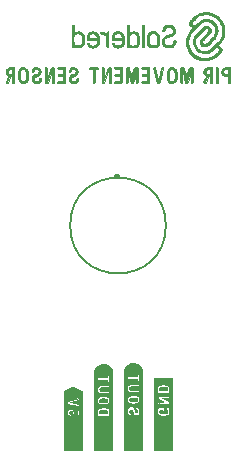
<source format=gbr>
%TF.GenerationSoftware,KiCad,Pcbnew,(6.0.2)*%
%TF.CreationDate,2022-05-16T11:26:32+02:00*%
%TF.ProjectId,Pir_movement_sensor,5069725f-6d6f-4766-956d-656e745f7365,rev?*%
%TF.SameCoordinates,PX55d4a80PY7bfa480*%
%TF.FileFunction,Legend,Bot*%
%TF.FilePolarity,Positive*%
%FSLAX46Y46*%
G04 Gerber Fmt 4.6, Leading zero omitted, Abs format (unit mm)*
G04 Created by KiCad (PCBNEW (6.0.2)) date 2022-05-16 11:26:32*
%MOMM*%
%LPD*%
G01*
G04 APERTURE LIST*
%ADD10C,0.150000*%
%ADD11C,0.010000*%
G04 APERTURE END LIST*
D10*
%TO.C,*%
%TO.C,REF\u002A\u002A*%
G36*
X8197024Y34522952D02*
G01*
X8186136Y34429951D01*
X8170420Y34362275D01*
X8133861Y34278324D01*
X8055570Y34165965D01*
X7953378Y34077449D01*
X7830109Y34015652D01*
X7792981Y34004694D01*
X7683490Y33992049D01*
X7569427Y34002511D01*
X7465590Y34035283D01*
X7437047Y34048391D01*
X7383921Y34069756D01*
X7347494Y34075797D01*
X7317675Y34066989D01*
X7284373Y34043806D01*
X7264686Y34030645D01*
X7196122Y34009813D01*
X7125378Y34019588D01*
X7121628Y34022007D01*
X7116301Y34030919D01*
X7111825Y34048307D01*
X7108127Y34076799D01*
X7105134Y34119025D01*
X7102775Y34177614D01*
X7100978Y34255197D01*
X7099669Y34354402D01*
X7098777Y34477859D01*
X7098229Y34628198D01*
X7097973Y34795642D01*
X7307619Y34795642D01*
X7307999Y34706212D01*
X7311988Y34615554D01*
X7319085Y34532657D01*
X7328789Y34466514D01*
X7340599Y34426113D01*
X7359034Y34394866D01*
X7416027Y34326594D01*
X7480585Y34278539D01*
X7497591Y34270609D01*
X7579114Y34248786D01*
X7667571Y34244519D01*
X7745324Y34259101D01*
X7786229Y34275383D01*
X7851734Y34310787D01*
X7899827Y34355070D01*
X7932943Y34413332D01*
X7953515Y34490672D01*
X7963977Y34592187D01*
X7966764Y34722977D01*
X7965995Y34786270D01*
X7958526Y34908083D01*
X7941267Y35002144D01*
X7911952Y35072899D01*
X7868316Y35124798D01*
X7808094Y35162289D01*
X7729020Y35189820D01*
X7661179Y35201496D01*
X7560112Y35193609D01*
X7470197Y35156435D01*
X7396109Y35093221D01*
X7342520Y35007210D01*
X7314101Y34901648D01*
X7311348Y34874852D01*
X7307619Y34795642D01*
X7097973Y34795642D01*
X7097954Y34808049D01*
X7097878Y35020040D01*
X7097878Y36009939D01*
X7215229Y36004799D01*
X7332580Y35999658D01*
X7341273Y35705964D01*
X7343871Y35623363D01*
X7348408Y35525738D01*
X7355409Y35456789D01*
X7366795Y35412861D01*
X7384488Y35390298D01*
X7410409Y35385446D01*
X7446480Y35394648D01*
X7494623Y35414250D01*
X7591209Y35443795D01*
X7710551Y35450526D01*
X7827183Y35427344D01*
X7936270Y35376621D01*
X8032977Y35300731D01*
X8112468Y35202046D01*
X8169908Y35082937D01*
X8179249Y35049031D01*
X8192411Y34966033D01*
X8200775Y34862818D01*
X8204336Y34748493D01*
X8204062Y34722977D01*
X8203088Y34632169D01*
X8197024Y34522952D01*
G37*
G36*
X9492513Y34764564D02*
G01*
X9490758Y34625167D01*
X9477542Y34494346D01*
X9453960Y34380508D01*
X9421106Y34292058D01*
X9348585Y34182578D01*
X9250609Y34091369D01*
X9134514Y34027104D01*
X9004960Y33993131D01*
X8886669Y33987343D01*
X8750568Y34004735D01*
X8626685Y34046650D01*
X8522892Y34111159D01*
X8522720Y34111301D01*
X8467423Y34169753D01*
X8417571Y34244692D01*
X8380392Y34323371D01*
X8363110Y34393042D01*
X8358316Y34452362D01*
X8473948Y34457463D01*
X8589580Y34462565D01*
X8630416Y34389377D01*
X8649149Y34359794D01*
X8715795Y34294862D01*
X8803921Y34256463D01*
X8914688Y34244005D01*
X8996081Y34252363D01*
X9087745Y34287992D01*
X9157597Y34349705D01*
X9203499Y34435428D01*
X9223314Y34543092D01*
X9227584Y34626215D01*
X8792950Y34634908D01*
X8358316Y34643600D01*
X8353338Y34823873D01*
X8353385Y34869610D01*
X8584325Y34869610D01*
X8903914Y34864863D01*
X9223503Y34860115D01*
X9214416Y34940736D01*
X9203235Y34996489D01*
X9162559Y35076963D01*
X9091217Y35146165D01*
X9053085Y35166521D01*
X8978287Y35185332D01*
X8892257Y35190616D01*
X8807542Y35181924D01*
X8736692Y35158810D01*
X8734723Y35157796D01*
X8660918Y35101366D01*
X8610203Y35024745D01*
X8588359Y34936593D01*
X8584325Y34869610D01*
X8353385Y34869610D01*
X8353455Y34937983D01*
X8363626Y35042920D01*
X8386565Y35128717D01*
X8424438Y35203108D01*
X8479412Y35273824D01*
X8481610Y35276253D01*
X8578955Y35358780D01*
X8692235Y35414749D01*
X8815569Y35444548D01*
X8943077Y35448566D01*
X9068879Y35427191D01*
X9187093Y35380810D01*
X9291840Y35309812D01*
X9377239Y35214584D01*
X9382788Y35206404D01*
X9426449Y35129519D01*
X9457119Y35045496D01*
X9477385Y34945255D01*
X9485829Y34860115D01*
X9489836Y34819717D01*
X9492513Y34764564D01*
G37*
G36*
X19844175Y33737824D02*
G01*
X19840602Y33733048D01*
X19802105Y33688059D01*
X19744049Y33626675D01*
X19672282Y33554502D01*
X19592654Y33477147D01*
X19511012Y33400218D01*
X19433206Y33329323D01*
X19365083Y33270068D01*
X19312492Y33228062D01*
X19296168Y33216217D01*
X19094851Y33093189D01*
X18877533Y33001015D01*
X18644374Y32939765D01*
X18637722Y32938534D01*
X18513511Y32924019D01*
X18370114Y32919945D01*
X18220554Y32925826D01*
X18077852Y32941175D01*
X17955030Y32965506D01*
X17743090Y33038797D01*
X17541427Y33143330D01*
X17355637Y33275605D01*
X17189341Y33432646D01*
X17046158Y33611471D01*
X16929709Y33809104D01*
X16888608Y33895578D01*
X16841261Y34011292D01*
X16808315Y34120764D01*
X16787519Y34234142D01*
X16776617Y34361575D01*
X16773357Y34513210D01*
X17035897Y34513210D01*
X17036802Y34438811D01*
X17042461Y34342116D01*
X17054615Y34258590D01*
X17074766Y34175180D01*
X17083821Y34144287D01*
X17163067Y33941989D01*
X17270595Y33758551D01*
X17404346Y33596154D01*
X17562260Y33456975D01*
X17742278Y33343196D01*
X17942342Y33256995D01*
X18000154Y33238144D01*
X18066003Y33220726D01*
X18132181Y33209565D01*
X18210164Y33202849D01*
X18311430Y33198767D01*
X18394152Y33197467D01*
X18520632Y33201966D01*
X18630976Y33216715D01*
X18736587Y33243530D01*
X18848872Y33284223D01*
X18852326Y33285623D01*
X18954273Y33331411D01*
X19047438Y33383838D01*
X19139318Y33448132D01*
X19237410Y33529523D01*
X19349210Y33633241D01*
X19350459Y33634443D01*
X19434432Y33716978D01*
X19493976Y33781203D01*
X19530846Y33831605D01*
X19546797Y33872669D01*
X19543583Y33908882D01*
X19522959Y33944729D01*
X19486680Y33984696D01*
X19448110Y34019722D01*
X19410869Y34041540D01*
X19372960Y34045928D01*
X19329788Y34031272D01*
X19276758Y33995960D01*
X19209275Y33938378D01*
X19122746Y33856913D01*
X19100321Y33835504D01*
X18987162Y33734484D01*
X18884918Y33657558D01*
X18786615Y33600571D01*
X18685279Y33559365D01*
X18573935Y33529783D01*
X18513916Y33518867D01*
X18333420Y33507518D01*
X18159112Y33527316D01*
X17994031Y33575811D01*
X17841220Y33650557D01*
X17703718Y33749105D01*
X17584567Y33869008D01*
X17486807Y34007818D01*
X17413479Y34163087D01*
X17367624Y34332367D01*
X17352283Y34513210D01*
X17355205Y34602698D01*
X17373551Y34742474D01*
X17411668Y34872602D01*
X17472982Y35007090D01*
X17495707Y35047151D01*
X17525818Y35092133D01*
X17564870Y35142582D01*
X17616081Y35202233D01*
X17682665Y35274821D01*
X17767840Y35364081D01*
X17874821Y35473749D01*
X17965739Y35565354D01*
X18054380Y35652826D01*
X18135152Y35730743D01*
X18203990Y35795235D01*
X18256826Y35842432D01*
X18289596Y35868466D01*
X18358690Y35906305D01*
X18463430Y35934327D01*
X18568360Y35927829D01*
X18672455Y35886933D01*
X18774692Y35811757D01*
X18803621Y35784186D01*
X18881189Y35691781D01*
X18926812Y35599938D01*
X18942393Y35505178D01*
X18942461Y35498286D01*
X18941336Y35450454D01*
X18935522Y35407541D01*
X18922504Y35365888D01*
X18899768Y35321833D01*
X18864798Y35271716D01*
X18815079Y35211879D01*
X18748097Y35138659D01*
X18661335Y35048398D01*
X18552280Y34937434D01*
X18491102Y34875430D01*
X18402811Y34785385D01*
X18334926Y34714885D01*
X18284786Y34660742D01*
X18249729Y34619766D01*
X18227095Y34588768D01*
X18214223Y34564557D01*
X18208451Y34543945D01*
X18207118Y34523742D01*
X18210670Y34487160D01*
X18238804Y34426537D01*
X18292080Y34387773D01*
X18367014Y34374128D01*
X18388084Y34374609D01*
X18408977Y34377903D01*
X18431074Y34386741D01*
X18457705Y34403853D01*
X18492199Y34431972D01*
X18537886Y34473829D01*
X18598096Y34532154D01*
X18676157Y34609679D01*
X18775399Y34709135D01*
X18820508Y34754489D01*
X18914757Y34850174D01*
X18988519Y34926978D01*
X19045016Y34988634D01*
X19087468Y35038880D01*
X19119095Y35081452D01*
X19143117Y35120085D01*
X19162755Y35158516D01*
X19203426Y35261103D01*
X19237897Y35418596D01*
X19238613Y35573391D01*
X19205944Y35722929D01*
X19140258Y35864654D01*
X19041925Y35996009D01*
X19019405Y36019500D01*
X18900569Y36114545D01*
X18764814Y36182945D01*
X18618288Y36222884D01*
X18467140Y36232545D01*
X18317518Y36210109D01*
X18304974Y36206700D01*
X18251574Y36190004D01*
X18201359Y36169306D01*
X18150949Y36141946D01*
X18096963Y36105262D01*
X18036017Y36056595D01*
X17964732Y35993283D01*
X17879725Y35912667D01*
X17777615Y35812086D01*
X17655020Y35688879D01*
X17597136Y35630338D01*
X17498561Y35530237D01*
X17419993Y35449388D01*
X17358410Y35384211D01*
X17310788Y35331124D01*
X17274104Y35286545D01*
X17245337Y35246895D01*
X17221464Y35208591D01*
X17199462Y35168052D01*
X17176309Y35121698D01*
X17147280Y35060373D01*
X17093952Y34927436D01*
X17059640Y34800720D01*
X17041302Y34667040D01*
X17035897Y34513210D01*
X16773357Y34513210D01*
X16774248Y34614633D01*
X16779840Y34734725D01*
X16792170Y34837598D01*
X16813081Y34933401D01*
X16844417Y35032285D01*
X16888024Y35144400D01*
X16925144Y35223839D01*
X16987504Y35334537D01*
X17059994Y35445689D01*
X17135299Y35546243D01*
X17206107Y35625146D01*
X17243791Y35663890D01*
X17274079Y35699542D01*
X17285694Y35719685D01*
X17285453Y35720879D01*
X17270811Y35742091D01*
X17236807Y35781876D01*
X17188069Y35835010D01*
X17129226Y35896270D01*
X17097928Y35928339D01*
X17042244Y35987194D01*
X17005869Y36030083D01*
X16984818Y36062698D01*
X16975109Y36090732D01*
X16972758Y36119877D01*
X16972772Y36122016D01*
X16977067Y36155176D01*
X17309473Y36155176D01*
X17316616Y36106486D01*
X17346212Y36053639D01*
X17390701Y36005239D01*
X17442520Y35969890D01*
X17494106Y35956195D01*
X17519468Y35966231D01*
X17568552Y36001372D01*
X17637889Y36060716D01*
X17726124Y36143171D01*
X17743077Y36159386D01*
X17873734Y36275211D01*
X17995017Y36363542D01*
X18113173Y36427208D01*
X18234450Y36469036D01*
X18365097Y36491853D01*
X18511362Y36498486D01*
X18678618Y36484151D01*
X18850610Y36438756D01*
X19008745Y36365050D01*
X19150239Y36265852D01*
X19272313Y36143979D01*
X19372184Y36002249D01*
X19447070Y35843480D01*
X19494190Y35670490D01*
X19510763Y35486096D01*
X19503168Y35359745D01*
X19463798Y35180988D01*
X19391409Y35012153D01*
X19286622Y34854987D01*
X19259509Y34822332D01*
X19196975Y34752017D01*
X19120811Y34670895D01*
X19035177Y34582981D01*
X18944233Y34492292D01*
X18852139Y34402845D01*
X18763054Y34318656D01*
X18681139Y34243740D01*
X18610554Y34182116D01*
X18555458Y34137799D01*
X18520011Y34114806D01*
X18456873Y34091706D01*
X18347170Y34078219D01*
X18239982Y34099057D01*
X18136351Y34153946D01*
X18037321Y34242609D01*
X17969240Y34330858D01*
X17925282Y34428504D01*
X17913353Y34530476D01*
X17932186Y34641583D01*
X17933138Y34644730D01*
X17944667Y34671469D01*
X17965314Y34704108D01*
X17997723Y34745694D01*
X18044541Y34799270D01*
X18108415Y34867881D01*
X18191991Y34954574D01*
X18297917Y35062393D01*
X18355659Y35120960D01*
X18447503Y35215026D01*
X18518504Y35289471D01*
X18571301Y35347354D01*
X18608533Y35391738D01*
X18632839Y35425681D01*
X18646857Y35452244D01*
X18653227Y35474488D01*
X18656348Y35516012D01*
X18644395Y35550975D01*
X18610462Y35590296D01*
X18594958Y35604938D01*
X18547252Y35634960D01*
X18491095Y35643258D01*
X18479501Y35642987D01*
X18459153Y35639976D01*
X18437354Y35631381D01*
X18410832Y35614451D01*
X18376317Y35586440D01*
X18330540Y35544596D01*
X18270229Y35486173D01*
X18192115Y35408420D01*
X18092927Y35308590D01*
X18009333Y35223189D01*
X17923831Y35133535D01*
X17847775Y35051422D01*
X17784996Y34981064D01*
X17739326Y34926676D01*
X17714597Y34892473D01*
X17689661Y34844164D01*
X17641171Y34702489D01*
X17620479Y34551137D01*
X17628288Y34399172D01*
X17665298Y34255661D01*
X17702847Y34174924D01*
X17786085Y34053959D01*
X17891938Y33948318D01*
X18013482Y33864465D01*
X18143791Y33808869D01*
X18191939Y33797643D01*
X18294517Y33786260D01*
X18406054Y33785864D01*
X18512486Y33796204D01*
X18599750Y33817027D01*
X18618619Y33823946D01*
X18669692Y33845429D01*
X18719330Y33871726D01*
X18771148Y33905763D01*
X18828759Y33950465D01*
X18895776Y34008758D01*
X18975812Y34083568D01*
X19072481Y34177819D01*
X19189395Y34294437D01*
X19199996Y34305089D01*
X19330673Y34438175D01*
X19438507Y34552494D01*
X19526328Y34652191D01*
X19596969Y34741407D01*
X19653264Y34824288D01*
X19698044Y34904975D01*
X19734144Y34987613D01*
X19764394Y35076344D01*
X19791628Y35175312D01*
X19804281Y35235911D01*
X19819067Y35364695D01*
X19822915Y35505471D01*
X19816138Y35646891D01*
X19799049Y35777609D01*
X19771964Y35886278D01*
X19760312Y35919310D01*
X19668809Y36123131D01*
X19552297Y36303638D01*
X19412350Y36459537D01*
X19250540Y36589530D01*
X19068440Y36692323D01*
X18867622Y36766619D01*
X18649659Y36811123D01*
X18542559Y36819285D01*
X18355412Y36810306D01*
X18165296Y36774900D01*
X17981689Y36715087D01*
X17814065Y36632890D01*
X17769097Y36601833D01*
X17709104Y36554099D01*
X17639528Y36494678D01*
X17565560Y36428414D01*
X17492391Y36360150D01*
X17425209Y36294729D01*
X17369206Y36236994D01*
X17329572Y36191787D01*
X17311497Y36163951D01*
X17309473Y36155176D01*
X16977067Y36155176D01*
X16980344Y36180477D01*
X16997650Y36232066D01*
X16998749Y36234025D01*
X17021342Y36263205D01*
X17064386Y36311188D01*
X17123562Y36373418D01*
X17194551Y36445342D01*
X17273034Y36522407D01*
X17376213Y36619330D01*
X17518753Y36741205D01*
X17653424Y36839212D01*
X17786398Y36916805D01*
X17923847Y36977437D01*
X18071942Y37024559D01*
X18236854Y37061626D01*
X18292288Y37070952D01*
X18509165Y37086073D01*
X18725916Y37069079D01*
X18938828Y37021843D01*
X19144189Y36946239D01*
X19338284Y36844140D01*
X19517402Y36717422D01*
X19677828Y36567956D01*
X19815850Y36397619D01*
X19927754Y36208282D01*
X19968777Y36118639D01*
X20045345Y35895371D01*
X20088459Y35668616D01*
X20095662Y35505471D01*
X20098506Y35441068D01*
X20075873Y35215426D01*
X20020946Y34994383D01*
X19934112Y34780637D01*
X19815758Y34576882D01*
X19666271Y34385815D01*
X19575371Y34284498D01*
X19705889Y34151113D01*
X19745782Y34109723D01*
X19799047Y34052461D01*
X19840986Y34005010D01*
X19864952Y33974742D01*
X19871582Y33963875D01*
X19892700Y33892618D01*
X19890302Y33872669D01*
X19883346Y33814786D01*
X19844175Y33737824D01*
G37*
G36*
X11612491Y34778173D02*
G01*
X11612391Y34635737D01*
X11600133Y34501831D01*
X11576603Y34384760D01*
X11542689Y34292831D01*
X11493281Y34216762D01*
X11424472Y34140165D01*
X11347713Y34074973D01*
X11273659Y34031535D01*
X11254517Y34024296D01*
X11189640Y34005784D01*
X11122587Y33992894D01*
X11004069Y33987322D01*
X10869708Y34005185D01*
X10746813Y34047165D01*
X10643905Y34111159D01*
X10643733Y34111301D01*
X10588436Y34169753D01*
X10538584Y34244692D01*
X10501405Y34323371D01*
X10484123Y34393042D01*
X10479329Y34452362D01*
X10594961Y34457463D01*
X10710593Y34462565D01*
X10751429Y34388810D01*
X10783465Y34340116D01*
X10845225Y34284495D01*
X10924889Y34253661D01*
X11028093Y34244675D01*
X11115706Y34253845D01*
X11207997Y34289456D01*
X11277400Y34350988D01*
X11322920Y34437482D01*
X11343559Y34547981D01*
X11348597Y34626215D01*
X10918759Y34630864D01*
X10817978Y34631797D01*
X10698656Y34633190D01*
X10607846Y34636341D01*
X10541860Y34643158D01*
X10497011Y34655549D01*
X10469614Y34675424D01*
X10455980Y34704690D01*
X10452423Y34745256D01*
X10455257Y34799031D01*
X10460794Y34867922D01*
X10460942Y34869610D01*
X10705338Y34869610D01*
X11022621Y34864872D01*
X11339904Y34860133D01*
X11339904Y34913240D01*
X11331478Y34977364D01*
X11292738Y35061937D01*
X11226316Y35132014D01*
X11214310Y35140508D01*
X11133969Y35176118D01*
X11039363Y35191648D01*
X10943080Y35186183D01*
X10857705Y35158810D01*
X10855736Y35157796D01*
X10781931Y35101366D01*
X10731216Y35024745D01*
X10709372Y34936593D01*
X10705338Y34869610D01*
X10460942Y34869610D01*
X10466108Y34928682D01*
X10482955Y35040658D01*
X10509277Y35130262D01*
X10547923Y35205728D01*
X10601740Y35275287D01*
X10613858Y35288454D01*
X10695085Y35359976D01*
X10784413Y35407404D01*
X10889645Y35433868D01*
X11018582Y35442499D01*
X11064659Y35442459D01*
X11130755Y35439688D01*
X11182011Y35431145D01*
X11231371Y35414154D01*
X11291782Y35386040D01*
X11394832Y35323729D01*
X11477386Y35244782D01*
X11538181Y35146815D01*
X11579857Y35025535D01*
X11598862Y34913240D01*
X11605054Y34876650D01*
X11612491Y34778173D01*
G37*
G36*
X14582058Y34609430D02*
G01*
X14580916Y34528116D01*
X14578088Y34468622D01*
X14572815Y34424546D01*
X14564337Y34389484D01*
X14551897Y34357034D01*
X14534734Y34320795D01*
X14490534Y34244162D01*
X14399775Y34138151D01*
X14288997Y34059154D01*
X14160947Y34009461D01*
X14125332Y34002789D01*
X14036085Y33997681D01*
X13937011Y34003093D01*
X13842737Y34017857D01*
X13767890Y34040807D01*
X13749008Y34049694D01*
X13643865Y34119615D01*
X13553212Y34214514D01*
X13485003Y34326362D01*
X13467310Y34365762D01*
X13453911Y34401387D01*
X13444819Y34438131D01*
X13439201Y34482723D01*
X13436221Y34541893D01*
X13435045Y34622373D01*
X13434850Y34725049D01*
X13687308Y34725049D01*
X13687429Y34697148D01*
X13690633Y34579852D01*
X13699562Y34490360D01*
X13716105Y34423028D01*
X13742148Y34372212D01*
X13779579Y34332272D01*
X13830286Y34297562D01*
X13840019Y34292090D01*
X13933164Y34258651D01*
X14032027Y34251684D01*
X14128183Y34269731D01*
X14213210Y34311338D01*
X14278685Y34375049D01*
X14300854Y34419161D01*
X14322581Y34500076D01*
X14336463Y34602501D01*
X14341616Y34719348D01*
X14337155Y34843532D01*
X14327185Y34931675D01*
X14304410Y35022417D01*
X14267246Y35090203D01*
X14211986Y35141236D01*
X14134920Y35181717D01*
X14103305Y35192937D01*
X14006738Y35206025D01*
X13911172Y35191501D01*
X13824106Y35152329D01*
X13753038Y35091476D01*
X13705470Y35011907D01*
X13704033Y35007397D01*
X13697376Y34966186D01*
X13692026Y34899968D01*
X13688499Y34816877D01*
X13687308Y34725049D01*
X13434850Y34725049D01*
X13434839Y34730893D01*
X13434839Y35026809D01*
X13492071Y35143065D01*
X13501552Y35161672D01*
X13577109Y35273844D01*
X13672085Y35358496D01*
X13789859Y35418759D01*
X13835589Y35434220D01*
X13891757Y35446124D01*
X13956725Y35450410D01*
X14043326Y35448586D01*
X14045972Y35448471D01*
X14128459Y35443109D01*
X14188813Y35433686D01*
X14239319Y35417380D01*
X14292264Y35391366D01*
X14388272Y35326286D01*
X14470257Y35237661D01*
X14537051Y35122491D01*
X14551742Y35089977D01*
X14564100Y35056506D01*
X14572580Y35020468D01*
X14577911Y34975423D01*
X14580818Y34914929D01*
X14582030Y34832546D01*
X14582272Y34721835D01*
X14582272Y34718966D01*
X14582058Y34609430D01*
G37*
G36*
X15443858Y36000758D02*
G01*
X15550665Y35974294D01*
X15619966Y35941930D01*
X15719794Y35872302D01*
X15802929Y35786101D01*
X15860332Y35691580D01*
X15892905Y35582523D01*
X15900950Y35457809D01*
X15881909Y35334423D01*
X15837122Y35220599D01*
X15767932Y35124564D01*
X15738945Y35096277D01*
X15674606Y35046661D01*
X15597377Y35005072D01*
X15499999Y34967945D01*
X15375211Y34931716D01*
X15329215Y34919385D01*
X15214266Y34884781D01*
X15127623Y34850600D01*
X15064684Y34813681D01*
X15020851Y34770867D01*
X14991522Y34718998D01*
X14972096Y34654915D01*
X14965456Y34609272D01*
X14974608Y34511280D01*
X15013248Y34421002D01*
X15077798Y34345204D01*
X15164681Y34290652D01*
X15241739Y34270348D01*
X15335095Y34265242D01*
X15427811Y34275505D01*
X15504395Y34300680D01*
X15555189Y34330657D01*
X15628904Y34398722D01*
X15672134Y34482221D01*
X15686242Y34583272D01*
X15686242Y34583626D01*
X15693104Y34634496D01*
X15717240Y34666197D01*
X15764176Y34682471D01*
X15839438Y34687064D01*
X15866513Y34686492D01*
X15920668Y34677426D01*
X15951051Y34652734D01*
X15962213Y34606535D01*
X15958704Y34532952D01*
X15956221Y34512458D01*
X15920675Y34375237D01*
X15855667Y34253345D01*
X15764171Y34150247D01*
X15649162Y34069411D01*
X15513617Y34014303D01*
X15468325Y34005212D01*
X15385091Y33998088D01*
X15291428Y33998429D01*
X15175901Y34013144D01*
X15038927Y34057399D01*
X14918538Y34127654D01*
X14819157Y34221181D01*
X14745213Y34335250D01*
X14737913Y34351408D01*
X14708169Y34454629D01*
X14696554Y34571998D01*
X14703524Y34690101D01*
X14729538Y34795525D01*
X14782604Y34899452D01*
X14860633Y34989418D01*
X14964922Y35064308D01*
X15097813Y35125793D01*
X15261646Y35175545D01*
X15362644Y35202934D01*
X15464082Y35239390D01*
X15537675Y35280125D01*
X15587307Y35328113D01*
X15616860Y35386325D01*
X15630215Y35457735D01*
X15630629Y35512829D01*
X15608851Y35600585D01*
X15558826Y35668842D01*
X15481758Y35716243D01*
X15378851Y35741429D01*
X15271419Y35741483D01*
X15175338Y35715553D01*
X15097915Y35665923D01*
X15043275Y35595262D01*
X15015539Y35506238D01*
X15005335Y35453378D01*
X14982183Y35409522D01*
X14940832Y35388122D01*
X14873596Y35382478D01*
X14873492Y35382478D01*
X14807061Y35388859D01*
X14767628Y35411470D01*
X14750761Y35455551D01*
X14752034Y35526344D01*
X14752222Y35528147D01*
X14782107Y35661680D01*
X14841429Y35776727D01*
X14930070Y35873120D01*
X15047911Y35950687D01*
X15091910Y35969832D01*
X15201732Y35997928D01*
X15323297Y36008437D01*
X15443858Y36000758D01*
G37*
G36*
X13166949Y36004906D02*
G01*
X13278371Y35999658D01*
X13282909Y35026078D01*
X13283768Y34830714D01*
X13284384Y34651148D01*
X13284610Y34501109D01*
X13284380Y34377877D01*
X13283623Y34278734D01*
X13282273Y34200960D01*
X13280259Y34141835D01*
X13277514Y34098640D01*
X13273970Y34068655D01*
X13269558Y34049161D01*
X13264209Y34037438D01*
X13257855Y34030767D01*
X13252504Y34027282D01*
X13206145Y34012777D01*
X13147405Y34009731D01*
X13091488Y34017729D01*
X13053603Y34036355D01*
X13052243Y34037839D01*
X13046470Y34048123D01*
X13041611Y34065930D01*
X13037589Y34093983D01*
X13034331Y34135008D01*
X13031760Y34191730D01*
X13029801Y34266874D01*
X13028379Y34363163D01*
X13027418Y34483324D01*
X13026843Y34630081D01*
X13026579Y34806158D01*
X13026549Y35014281D01*
X13026662Y35117192D01*
X13027245Y35290833D01*
X13028278Y35452443D01*
X13029710Y35598772D01*
X13031495Y35726573D01*
X13033582Y35832596D01*
X13035923Y35913594D01*
X13038469Y35966318D01*
X13041171Y35987520D01*
X13053294Y35997006D01*
X13094915Y36005092D01*
X13166949Y36004906D01*
G37*
G36*
X10232852Y35431751D02*
G01*
X10247943Y35421798D01*
X10259389Y35402137D01*
X10267691Y35369634D01*
X10273347Y35321158D01*
X10276855Y35253575D01*
X10278716Y35163754D01*
X10279427Y35048561D01*
X10279488Y34904864D01*
X10279397Y34729531D01*
X10279397Y34727330D01*
X10279304Y34554852D01*
X10278931Y34413847D01*
X10278139Y34301057D01*
X10276786Y34213224D01*
X10274731Y34147088D01*
X10271832Y34099391D01*
X10267948Y34066873D01*
X10262937Y34046277D01*
X10256660Y34034343D01*
X10248973Y34027813D01*
X10241984Y34024483D01*
X10199513Y34014037D01*
X10145903Y34009564D01*
X10109150Y34009893D01*
X10079313Y34014046D01*
X10056873Y34025902D01*
X10040771Y34049327D01*
X10029948Y34088189D01*
X10023342Y34146354D01*
X10019895Y34227688D01*
X10018546Y34336060D01*
X10018235Y34475335D01*
X10018025Y34560333D01*
X10016615Y34688944D01*
X10013044Y34790071D01*
X10006333Y34868393D01*
X9995505Y34928593D01*
X9979579Y34975351D01*
X9957577Y35013347D01*
X9928521Y35047264D01*
X9891431Y35081781D01*
X9816435Y35132606D01*
X9722353Y35163790D01*
X9606327Y35173757D01*
X9542940Y35179145D01*
X9503938Y35199580D01*
X9484775Y35241301D01*
X9479671Y35310552D01*
X9480269Y35332963D01*
X9491286Y35386581D01*
X9520006Y35417912D01*
X9571393Y35430349D01*
X9650411Y35427286D01*
X9750421Y35411274D01*
X9852527Y35376451D01*
X9942634Y35321091D01*
X9978575Y35296233D01*
X10019908Y35280446D01*
X10046653Y35293111D01*
X10062707Y35334668D01*
X10065707Y35347863D01*
X10085590Y35400762D01*
X10116937Y35427339D01*
X10167099Y35434634D01*
X10189744Y35435062D01*
X10213619Y35435128D01*
X10232852Y35431751D01*
G37*
G36*
X12864714Y34505508D02*
G01*
X12842407Y34388521D01*
X12809538Y34295506D01*
X12807506Y34291419D01*
X12753068Y34207813D01*
X12679797Y34128241D01*
X12597837Y34062284D01*
X12517334Y34019525D01*
X12499563Y34013686D01*
X12407831Y33997646D01*
X12305512Y33997118D01*
X12206841Y34011370D01*
X12126056Y34039669D01*
X12078414Y34062688D01*
X12031451Y34076005D01*
X11993393Y34069622D01*
X11953135Y34043806D01*
X11902702Y34017340D01*
X11840500Y34010792D01*
X11786361Y34030767D01*
X11780432Y34036819D01*
X11775012Y34048086D01*
X11770535Y34066927D01*
X11766930Y34096063D01*
X11764130Y34138212D01*
X11762066Y34196094D01*
X11760669Y34272429D01*
X11759872Y34369937D01*
X11759606Y34491336D01*
X11759802Y34639346D01*
X11760076Y34721835D01*
X11983926Y34721835D01*
X11984557Y34659794D01*
X11991682Y34537701D01*
X12008531Y34443379D01*
X12037339Y34372363D01*
X12080340Y34320188D01*
X12139770Y34282388D01*
X12217864Y34254500D01*
X12308992Y34240554D01*
X12411224Y34254484D01*
X12502673Y34300824D01*
X12580129Y34378475D01*
X12604539Y34426333D01*
X12625775Y34506996D01*
X12638734Y34605568D01*
X12643423Y34713456D01*
X12639848Y34822064D01*
X12628015Y34922798D01*
X12607932Y35007064D01*
X12579605Y35066268D01*
X12571263Y35077055D01*
X12498627Y35143330D01*
X12412719Y35184413D01*
X12320174Y35200757D01*
X12227624Y35192814D01*
X12141704Y35161038D01*
X12069047Y35105882D01*
X12016289Y35027798D01*
X12004267Y34996864D01*
X11994210Y34954692D01*
X11987982Y34899657D01*
X11984811Y34824469D01*
X11983926Y34721835D01*
X11760076Y34721835D01*
X11760391Y34816687D01*
X11761306Y35026078D01*
X11765845Y35999658D01*
X11877267Y36004906D01*
X11926102Y36005965D01*
X11978693Y36001030D01*
X12003044Y35987520D01*
X12006250Y35975345D01*
X12010715Y35931916D01*
X12014310Y35864255D01*
X12016729Y35778759D01*
X12017666Y35681830D01*
X12017869Y35618924D01*
X12019129Y35527164D01*
X12021886Y35462967D01*
X12026546Y35421665D01*
X12033516Y35398590D01*
X12043205Y35389074D01*
X12063569Y35388456D01*
X12109203Y35397657D01*
X12165554Y35415698D01*
X12289819Y35445636D01*
X12415389Y35443890D01*
X12534820Y35411373D01*
X12643412Y35350034D01*
X12736466Y35261822D01*
X12809282Y35148687D01*
X12817916Y35129567D01*
X12848378Y35030057D01*
X12868291Y34908740D01*
X12877653Y34774773D01*
X12877122Y34713456D01*
X12876462Y34637310D01*
X12864714Y34505508D01*
G37*
%TO.C,U1*%
X10787868Y23030509D02*
X10787868Y23313351D01*
X11070711Y23313351D02*
X11070711Y23030509D01*
X10929289Y23313351D02*
X10929289Y23030509D01*
X10787868Y23313351D02*
X11070711Y23313351D01*
X15049999Y19000000D02*
G75*
G03*
X15049999Y19000000I-4049999J0D01*
G01*
D11*
%TO.C,*%
X9410000Y4140000D02*
X9410000Y4230000D01*
X9410000Y4230000D02*
X9440000Y4300000D01*
X9440000Y4300000D02*
X9490000Y4340000D01*
X9490000Y4340000D02*
X9540000Y4350000D01*
X9540000Y4350000D02*
X9620000Y4360000D01*
X9620000Y4360000D02*
X9730000Y4360000D01*
X9730000Y4360000D02*
X9850000Y4360000D01*
X9850000Y4360000D02*
X9940000Y4350000D01*
X9940000Y4350000D02*
X10000000Y4340000D01*
X10000000Y4340000D02*
X10040000Y4320000D01*
X10040000Y4320000D02*
X10080000Y4250000D01*
X10080000Y4250000D02*
X10080000Y4160000D01*
X10080000Y4160000D02*
X10040000Y4090000D01*
X10040000Y4090000D02*
X10000000Y4070000D01*
X10000000Y4070000D02*
X9940000Y4060000D01*
X9940000Y4060000D02*
X9850000Y4050000D01*
X9850000Y4050000D02*
X9730000Y4050000D01*
X9730000Y4050000D02*
X9620000Y4050000D01*
X9620000Y4050000D02*
X9540000Y4060000D01*
X9540000Y4060000D02*
X9490000Y4070000D01*
X9490000Y4070000D02*
X9430000Y4100000D01*
X9430000Y4100000D02*
X9410000Y4140000D01*
X9410000Y4140000D02*
X9410000Y4140000D01*
G36*
X9940000Y4350000D02*
G01*
X10000000Y4340000D01*
X10040000Y4320000D01*
X10080000Y4250000D01*
X10080000Y4160000D01*
X10040000Y4090000D01*
X10000000Y4070000D01*
X9940000Y4060000D01*
X9850000Y4050000D01*
X9620000Y4050000D01*
X9540000Y4060000D01*
X9490000Y4070000D01*
X9430000Y4100000D01*
X9410000Y4140000D01*
X9410000Y4230000D01*
X9440000Y4300000D01*
X9490000Y4340000D01*
X9540000Y4350000D01*
X9620000Y4360000D01*
X9850000Y4360000D01*
X9940000Y4350000D01*
G37*
X9940000Y4350000D02*
X10000000Y4340000D01*
X10040000Y4320000D01*
X10080000Y4250000D01*
X10080000Y4160000D01*
X10040000Y4090000D01*
X10000000Y4070000D01*
X9940000Y4060000D01*
X9850000Y4050000D01*
X9620000Y4050000D01*
X9540000Y4060000D01*
X9490000Y4070000D01*
X9430000Y4100000D01*
X9410000Y4140000D01*
X9410000Y4230000D01*
X9440000Y4300000D01*
X9490000Y4340000D01*
X9540000Y4350000D01*
X9620000Y4360000D01*
X9850000Y4360000D01*
X9940000Y4350000D01*
X9410000Y3160000D02*
X9410000Y3240000D01*
X9410000Y3240000D02*
X9420000Y3320000D01*
X9420000Y3320000D02*
X9470000Y3380000D01*
X9470000Y3380000D02*
X9510000Y3390000D01*
X9510000Y3390000D02*
X9580000Y3400000D01*
X9580000Y3400000D02*
X9680000Y3400000D01*
X9680000Y3400000D02*
X9800000Y3400000D01*
X9800000Y3400000D02*
X9900000Y3400000D01*
X9900000Y3400000D02*
X9970000Y3400000D01*
X9970000Y3400000D02*
X10020000Y3380000D01*
X10020000Y3380000D02*
X10070000Y3330000D01*
X10070000Y3330000D02*
X10090000Y3250000D01*
X10090000Y3250000D02*
X10090000Y3170000D01*
X10090000Y3170000D02*
X10070000Y3100000D01*
X10070000Y3100000D02*
X9430000Y3100000D01*
X9430000Y3100000D02*
X9410000Y3160000D01*
X9410000Y3160000D02*
X9410000Y3160000D01*
G36*
X10020000Y3380000D02*
G01*
X10070000Y3330000D01*
X10090000Y3250000D01*
X10090000Y3170000D01*
X10070000Y3100000D01*
X9430000Y3100000D01*
X9410000Y3160000D01*
X9410000Y3240000D01*
X9420000Y3320000D01*
X9470000Y3380000D01*
X9510000Y3390000D01*
X9580000Y3400000D01*
X9970000Y3400000D01*
X10020000Y3380000D01*
G37*
X10020000Y3380000D02*
X10070000Y3330000D01*
X10090000Y3250000D01*
X10090000Y3170000D01*
X10070000Y3100000D01*
X9430000Y3100000D01*
X9410000Y3160000D01*
X9410000Y3240000D01*
X9420000Y3320000D01*
X9470000Y3380000D01*
X9510000Y3390000D01*
X9580000Y3400000D01*
X9970000Y3400000D01*
X10020000Y3380000D01*
X10530000Y350000D02*
X10530000Y30000D01*
X10530000Y30000D02*
X10480000Y0D01*
X10480000Y0D02*
X8970000Y0D01*
X8970000Y0D02*
X8930000Y40000D01*
X8930000Y40000D02*
X8930000Y6480000D01*
X8930000Y6480000D02*
X8940000Y6560000D01*
X8940000Y6560000D02*
X8950000Y6640000D01*
X8950000Y6640000D02*
X8970000Y6720000D01*
X8970000Y6720000D02*
X9000000Y6790000D01*
X9000000Y6790000D02*
X9030000Y6860000D01*
X9030000Y6860000D02*
X9070000Y6930000D01*
X9070000Y6930000D02*
X9120000Y7000000D01*
X9120000Y7000000D02*
X9170000Y7050000D01*
X9170000Y7050000D02*
X9230000Y7110000D01*
X9230000Y7110000D02*
X9300000Y7150000D01*
X9300000Y7150000D02*
X9370000Y7190000D01*
X9370000Y7190000D02*
X9440000Y7230000D01*
X9440000Y7230000D02*
X9520000Y7250000D01*
X9520000Y7250000D02*
X9590000Y7270000D01*
X9590000Y7270000D02*
X9670000Y7280000D01*
X9670000Y7280000D02*
X9750000Y7280000D01*
X9750000Y7280000D02*
X9830000Y7270000D01*
X9830000Y7270000D02*
X9910000Y7260000D01*
X9910000Y7260000D02*
X9990000Y7240000D01*
X9990000Y7240000D02*
X10060000Y7210000D01*
X10060000Y7210000D02*
X10130000Y7170000D01*
X10130000Y7170000D02*
X10200000Y7130000D01*
X10200000Y7130000D02*
X10260000Y7080000D01*
X10260000Y7080000D02*
X10320000Y7020000D01*
X10320000Y7020000D02*
X10370000Y6960000D01*
X10370000Y6960000D02*
X10410000Y6900000D01*
X10410000Y6900000D02*
X10450000Y6830000D01*
X10450000Y6830000D02*
X10480000Y6750000D01*
X10480000Y6750000D02*
X10500000Y6680000D01*
X10500000Y6680000D02*
X10520000Y6600000D01*
X10520000Y6600000D02*
X10530000Y6520000D01*
X10530000Y6520000D02*
X10530000Y6440000D01*
X10530000Y6440000D02*
X10530000Y400000D01*
X10530000Y400000D02*
X10230000Y2900000D01*
X10230000Y2900000D02*
X10280000Y2940000D01*
X10280000Y2940000D02*
X10280000Y3270000D01*
X10280000Y3270000D02*
X10270000Y3350000D01*
X10270000Y3350000D02*
X10240000Y3420000D01*
X10240000Y3420000D02*
X10200000Y3480000D01*
X10200000Y3480000D02*
X10140000Y3530000D01*
X10140000Y3530000D02*
X10070000Y3570000D01*
X10070000Y3570000D02*
X10020000Y3590000D01*
X10020000Y3590000D02*
X9950000Y3600000D01*
X9950000Y3600000D02*
X9860000Y3610000D01*
X9860000Y3610000D02*
X9760000Y3610000D01*
X9760000Y3610000D02*
X9720000Y3850000D01*
X9720000Y3850000D02*
X9830000Y3850000D01*
X9830000Y3850000D02*
X9920000Y3860000D01*
X9920000Y3860000D02*
X10000000Y3870000D01*
X10000000Y3870000D02*
X10060000Y3880000D01*
X10060000Y3880000D02*
X10120000Y3900000D01*
X10120000Y3900000D02*
X10180000Y3950000D01*
X10180000Y3950000D02*
X10230000Y4010000D01*
X10230000Y4010000D02*
X10260000Y4080000D01*
X10260000Y4080000D02*
X10280000Y4160000D01*
X10280000Y4160000D02*
X10280000Y4250000D01*
X10280000Y4250000D02*
X10260000Y4320000D01*
X10260000Y4320000D02*
X10230000Y4390000D01*
X10230000Y4390000D02*
X10180000Y4450000D01*
X10180000Y4450000D02*
X10120000Y4500000D01*
X10120000Y4500000D02*
X10060000Y4520000D01*
X10060000Y4520000D02*
X10000000Y4530000D01*
X10000000Y4530000D02*
X9920000Y4540000D01*
X9920000Y4540000D02*
X9830000Y4550000D01*
X9830000Y4550000D02*
X9720000Y4550000D01*
X9720000Y4550000D02*
X9620000Y4550000D01*
X9620000Y4550000D02*
X9580000Y4790000D01*
X9580000Y4790000D02*
X10210000Y4790000D01*
X10210000Y4790000D02*
X10280000Y4810000D01*
X10280000Y4810000D02*
X10280000Y4890000D01*
X10280000Y4890000D02*
X10280000Y4970000D01*
X10280000Y4970000D02*
X10210000Y4990000D01*
X10210000Y4990000D02*
X9570000Y4990000D01*
X9570000Y4990000D02*
X9490000Y5000000D01*
X9490000Y5000000D02*
X9440000Y5040000D01*
X9440000Y5040000D02*
X9410000Y5120000D01*
X9410000Y5120000D02*
X9420000Y5200000D01*
X9420000Y5200000D02*
X9460000Y5270000D01*
X9460000Y5270000D02*
X9530000Y5300000D01*
X9530000Y5300000D02*
X10250000Y5300000D01*
X10250000Y5300000D02*
X10280000Y5350000D01*
X10280000Y5350000D02*
X10280000Y5430000D01*
X10280000Y5430000D02*
X10250000Y5490000D01*
X10250000Y5490000D02*
X10210000Y5730000D01*
X10210000Y5730000D02*
X10280000Y5740000D01*
X10280000Y5740000D02*
X10280000Y5820000D01*
X10280000Y5820000D02*
X10280000Y6300000D01*
X10280000Y6300000D02*
X10260000Y6360000D01*
X10260000Y6360000D02*
X10180000Y6360000D01*
X10180000Y6360000D02*
X10100000Y6360000D01*
X10100000Y6360000D02*
X10090000Y6280000D01*
X10090000Y6280000D02*
X10090000Y6200000D01*
X10090000Y6200000D02*
X10070000Y6140000D01*
X10070000Y6140000D02*
X9270000Y6140000D01*
X9270000Y6140000D02*
X9210000Y6120000D01*
X9210000Y6120000D02*
X9210000Y6040000D01*
X9210000Y6040000D02*
X9220000Y5960000D01*
X9220000Y5960000D02*
X9290000Y5940000D01*
X9290000Y5940000D02*
X10010000Y5940000D01*
X10010000Y5940000D02*
X10090000Y5940000D01*
X10090000Y5940000D02*
X10090000Y5780000D01*
X10090000Y5780000D02*
X10120000Y5730000D01*
X10120000Y5730000D02*
X10200000Y5730000D01*
X10200000Y5730000D02*
X10240000Y5490000D01*
X10240000Y5490000D02*
X9530000Y5490000D01*
X9530000Y5490000D02*
X9450000Y5480000D01*
X9450000Y5480000D02*
X9380000Y5440000D01*
X9380000Y5440000D02*
X9320000Y5390000D01*
X9320000Y5390000D02*
X9270000Y5330000D01*
X9270000Y5330000D02*
X9230000Y5260000D01*
X9230000Y5260000D02*
X9220000Y5190000D01*
X9220000Y5190000D02*
X9210000Y5130000D01*
X9210000Y5130000D02*
X9220000Y5050000D01*
X9220000Y5050000D02*
X9250000Y4980000D01*
X9250000Y4980000D02*
X9290000Y4910000D01*
X9290000Y4910000D02*
X9350000Y4850000D01*
X9350000Y4850000D02*
X9420000Y4810000D01*
X9420000Y4810000D02*
X9500000Y4790000D01*
X9500000Y4790000D02*
X9580000Y4790000D01*
X9580000Y4790000D02*
X9610000Y4550000D01*
X9610000Y4550000D02*
X9530000Y4540000D01*
X9530000Y4540000D02*
X9460000Y4530000D01*
X9460000Y4530000D02*
X9410000Y4510000D01*
X9410000Y4510000D02*
X9340000Y4470000D01*
X9340000Y4470000D02*
X9280000Y4420000D01*
X9280000Y4420000D02*
X9240000Y4350000D01*
X9240000Y4350000D02*
X9210000Y4280000D01*
X9210000Y4280000D02*
X9210000Y4200000D01*
X9210000Y4200000D02*
X9220000Y4120000D01*
X9220000Y4120000D02*
X9240000Y4050000D01*
X9240000Y4050000D02*
X9280000Y3980000D01*
X9280000Y3980000D02*
X9340000Y3930000D01*
X9340000Y3930000D02*
X9410000Y3890000D01*
X9410000Y3890000D02*
X9460000Y3870000D01*
X9460000Y3870000D02*
X9530000Y3860000D01*
X9530000Y3860000D02*
X9620000Y3850000D01*
X9620000Y3850000D02*
X9720000Y3850000D01*
X9720000Y3850000D02*
X9760000Y3610000D01*
X9760000Y3610000D02*
X9650000Y3610000D01*
X9650000Y3610000D02*
X9570000Y3600000D01*
X9570000Y3600000D02*
X9490000Y3590000D01*
X9490000Y3590000D02*
X9430000Y3580000D01*
X9430000Y3580000D02*
X9370000Y3540000D01*
X9370000Y3540000D02*
X9310000Y3490000D01*
X9310000Y3490000D02*
X9260000Y3430000D01*
X9260000Y3430000D02*
X9230000Y3360000D01*
X9230000Y3360000D02*
X9210000Y3280000D01*
X9210000Y3280000D02*
X9210000Y3170000D01*
X9210000Y3170000D02*
X9210000Y2930000D01*
X9210000Y2930000D02*
X9280000Y2900000D01*
X9280000Y2900000D02*
X10230000Y2900000D01*
X10230000Y2900000D02*
X10530000Y390000D01*
X10530000Y390000D02*
X10530000Y350000D01*
X10530000Y350000D02*
X10530000Y350000D01*
G36*
X9490000Y3590000D02*
G01*
X9430000Y3580000D01*
X9370000Y3540000D01*
X9310000Y3490000D01*
X9260000Y3430000D01*
X9230000Y3360000D01*
X9210000Y3280000D01*
X9210000Y2930000D01*
X9280000Y2900000D01*
X10230000Y2900000D01*
X10530000Y390000D01*
X10530000Y30000D01*
X10480000Y0D01*
X8970000Y0D01*
X8930000Y40000D01*
X8930000Y4200000D01*
X9210000Y4200000D01*
X9220000Y4120000D01*
X9240000Y4050000D01*
X9280000Y3980000D01*
X9340000Y3930000D01*
X9410000Y3890000D01*
X9460000Y3870000D01*
X9530000Y3860000D01*
X9620000Y3850000D01*
X9830000Y3850000D01*
X9920000Y3860000D01*
X10000000Y3870000D01*
X10060000Y3880000D01*
X10120000Y3900000D01*
X10180000Y3950000D01*
X10230000Y4010000D01*
X10260000Y4080000D01*
X10280000Y4160000D01*
X10280000Y4250000D01*
X10260000Y4320000D01*
X10230000Y4390000D01*
X10180000Y4450000D01*
X10120000Y4500000D01*
X10060000Y4520000D01*
X10000000Y4530000D01*
X9920000Y4540000D01*
X9830000Y4550000D01*
X9620000Y4550000D01*
X9580000Y4790000D01*
X10210000Y4790000D01*
X10280000Y4810000D01*
X10280000Y4970000D01*
X10210000Y4990000D01*
X9570000Y4990000D01*
X9490000Y5000000D01*
X9440000Y5040000D01*
X9410000Y5120000D01*
X9420000Y5200000D01*
X9460000Y5270000D01*
X9530000Y5300000D01*
X10250000Y5300000D01*
X10280000Y5350000D01*
X10280000Y5430000D01*
X10250000Y5490000D01*
X10210000Y5730000D01*
X10280000Y5740000D01*
X10280000Y6300000D01*
X10260000Y6360000D01*
X10100000Y6360000D01*
X10090000Y6280000D01*
X10090000Y6200000D01*
X10070000Y6140000D01*
X9270000Y6140000D01*
X9210000Y6120000D01*
X9210000Y6040000D01*
X9220000Y5960000D01*
X9290000Y5940000D01*
X10090000Y5940000D01*
X10090000Y5780000D01*
X10120000Y5730000D01*
X10200000Y5730000D01*
X10240000Y5490000D01*
X9530000Y5490000D01*
X9450000Y5480000D01*
X9380000Y5440000D01*
X9320000Y5390000D01*
X9270000Y5330000D01*
X9230000Y5260000D01*
X9220000Y5190000D01*
X9210000Y5130000D01*
X9220000Y5050000D01*
X9250000Y4980000D01*
X9290000Y4910000D01*
X9350000Y4850000D01*
X9420000Y4810000D01*
X9500000Y4790000D01*
X9580000Y4790000D01*
X9610000Y4550000D01*
X9530000Y4540000D01*
X9460000Y4530000D01*
X9410000Y4510000D01*
X9340000Y4470000D01*
X9280000Y4420000D01*
X9240000Y4350000D01*
X9210000Y4280000D01*
X9210000Y4200000D01*
X8930000Y4200000D01*
X8930000Y6480000D01*
X8950000Y6640000D01*
X8970000Y6720000D01*
X9030000Y6860000D01*
X9070000Y6930000D01*
X9120000Y7000000D01*
X9230000Y7110000D01*
X9440000Y7230000D01*
X9520000Y7250000D01*
X9590000Y7270000D01*
X9670000Y7280000D01*
X9750000Y7280000D01*
X9910000Y7260000D01*
X9990000Y7240000D01*
X10060000Y7210000D01*
X10200000Y7130000D01*
X10260000Y7080000D01*
X10320000Y7020000D01*
X10370000Y6960000D01*
X10410000Y6900000D01*
X10450000Y6830000D01*
X10480000Y6750000D01*
X10500000Y6680000D01*
X10520000Y6600000D01*
X10530000Y6520000D01*
X10530000Y400000D01*
X10230000Y2900000D01*
X10280000Y2940000D01*
X10280000Y3270000D01*
X10270000Y3350000D01*
X10240000Y3420000D01*
X10200000Y3480000D01*
X10140000Y3530000D01*
X10070000Y3570000D01*
X10020000Y3590000D01*
X9950000Y3600000D01*
X9860000Y3610000D01*
X9650000Y3610000D01*
X9490000Y3590000D01*
G37*
X9490000Y3590000D02*
X9430000Y3580000D01*
X9370000Y3540000D01*
X9310000Y3490000D01*
X9260000Y3430000D01*
X9230000Y3360000D01*
X9210000Y3280000D01*
X9210000Y2930000D01*
X9280000Y2900000D01*
X10230000Y2900000D01*
X10530000Y390000D01*
X10530000Y30000D01*
X10480000Y0D01*
X8970000Y0D01*
X8930000Y40000D01*
X8930000Y4200000D01*
X9210000Y4200000D01*
X9220000Y4120000D01*
X9240000Y4050000D01*
X9280000Y3980000D01*
X9340000Y3930000D01*
X9410000Y3890000D01*
X9460000Y3870000D01*
X9530000Y3860000D01*
X9620000Y3850000D01*
X9830000Y3850000D01*
X9920000Y3860000D01*
X10000000Y3870000D01*
X10060000Y3880000D01*
X10120000Y3900000D01*
X10180000Y3950000D01*
X10230000Y4010000D01*
X10260000Y4080000D01*
X10280000Y4160000D01*
X10280000Y4250000D01*
X10260000Y4320000D01*
X10230000Y4390000D01*
X10180000Y4450000D01*
X10120000Y4500000D01*
X10060000Y4520000D01*
X10000000Y4530000D01*
X9920000Y4540000D01*
X9830000Y4550000D01*
X9620000Y4550000D01*
X9580000Y4790000D01*
X10210000Y4790000D01*
X10280000Y4810000D01*
X10280000Y4970000D01*
X10210000Y4990000D01*
X9570000Y4990000D01*
X9490000Y5000000D01*
X9440000Y5040000D01*
X9410000Y5120000D01*
X9420000Y5200000D01*
X9460000Y5270000D01*
X9530000Y5300000D01*
X10250000Y5300000D01*
X10280000Y5350000D01*
X10280000Y5430000D01*
X10250000Y5490000D01*
X10210000Y5730000D01*
X10280000Y5740000D01*
X10280000Y6300000D01*
X10260000Y6360000D01*
X10100000Y6360000D01*
X10090000Y6280000D01*
X10090000Y6200000D01*
X10070000Y6140000D01*
X9270000Y6140000D01*
X9210000Y6120000D01*
X9210000Y6040000D01*
X9220000Y5960000D01*
X9290000Y5940000D01*
X10090000Y5940000D01*
X10090000Y5780000D01*
X10120000Y5730000D01*
X10200000Y5730000D01*
X10240000Y5490000D01*
X9530000Y5490000D01*
X9450000Y5480000D01*
X9380000Y5440000D01*
X9320000Y5390000D01*
X9270000Y5330000D01*
X9230000Y5260000D01*
X9220000Y5190000D01*
X9210000Y5130000D01*
X9220000Y5050000D01*
X9250000Y4980000D01*
X9290000Y4910000D01*
X9350000Y4850000D01*
X9420000Y4810000D01*
X9500000Y4790000D01*
X9580000Y4790000D01*
X9610000Y4550000D01*
X9530000Y4540000D01*
X9460000Y4530000D01*
X9410000Y4510000D01*
X9340000Y4470000D01*
X9280000Y4420000D01*
X9240000Y4350000D01*
X9210000Y4280000D01*
X9210000Y4200000D01*
X8930000Y4200000D01*
X8930000Y6480000D01*
X8950000Y6640000D01*
X8970000Y6720000D01*
X9030000Y6860000D01*
X9070000Y6930000D01*
X9120000Y7000000D01*
X9230000Y7110000D01*
X9440000Y7230000D01*
X9520000Y7250000D01*
X9590000Y7270000D01*
X9670000Y7280000D01*
X9750000Y7280000D01*
X9910000Y7260000D01*
X9990000Y7240000D01*
X10060000Y7210000D01*
X10200000Y7130000D01*
X10260000Y7080000D01*
X10320000Y7020000D01*
X10370000Y6960000D01*
X10410000Y6900000D01*
X10450000Y6830000D01*
X10480000Y6750000D01*
X10500000Y6680000D01*
X10520000Y6600000D01*
X10530000Y6520000D01*
X10530000Y400000D01*
X10230000Y2900000D01*
X10280000Y2940000D01*
X10280000Y3270000D01*
X10270000Y3350000D01*
X10240000Y3420000D01*
X10200000Y3480000D01*
X10140000Y3530000D01*
X10070000Y3570000D01*
X10020000Y3590000D01*
X9950000Y3600000D01*
X9860000Y3610000D01*
X9650000Y3610000D01*
X9490000Y3590000D01*
X7990000Y340000D02*
X7990000Y20000D01*
X7990000Y20000D02*
X7930000Y0D01*
X7930000Y0D02*
X6420000Y0D01*
X6420000Y0D02*
X6390000Y50000D01*
X6390000Y50000D02*
X6390000Y4900000D01*
X6390000Y4900000D02*
X6430000Y4960000D01*
X6430000Y4960000D02*
X7140000Y5310000D01*
X7140000Y5310000D02*
X7210000Y5330000D01*
X7210000Y5330000D02*
X7930000Y4970000D01*
X7930000Y4970000D02*
X7980000Y4930000D01*
X7980000Y4930000D02*
X7690000Y3410000D01*
X7690000Y3410000D02*
X7720000Y3680000D01*
X7720000Y3680000D02*
X7740000Y3730000D01*
X7740000Y3730000D02*
X7740000Y3810000D01*
X7740000Y3810000D02*
X7730000Y3870000D01*
X7730000Y3870000D02*
X6950000Y4040000D01*
X6950000Y4040000D02*
X7000000Y4070000D01*
X7000000Y4070000D02*
X7700000Y4210000D01*
X7700000Y4210000D02*
X7740000Y4260000D01*
X7740000Y4260000D02*
X7740000Y4340000D01*
X7740000Y4340000D02*
X7730000Y4420000D01*
X7730000Y4420000D02*
X7660000Y4410000D01*
X7660000Y4410000D02*
X6730000Y4180000D01*
X6730000Y4180000D02*
X6670000Y4140000D01*
X6670000Y4140000D02*
X6670000Y3980000D01*
X6670000Y3980000D02*
X6710000Y3930000D01*
X6710000Y3930000D02*
X7640000Y3690000D01*
X7640000Y3690000D02*
X7720000Y3680000D01*
X7720000Y3680000D02*
X7690000Y3410000D01*
X7690000Y3410000D02*
X7610000Y3410000D01*
X7610000Y3410000D02*
X7550000Y3380000D01*
X7550000Y3380000D02*
X7550000Y3060000D01*
X7550000Y3060000D02*
X7500000Y3030000D01*
X7500000Y3030000D02*
X7340000Y3030000D01*
X7340000Y3030000D02*
X7270000Y3040000D01*
X7270000Y3040000D02*
X7290000Y3110000D01*
X7290000Y3110000D02*
X7290000Y3200000D01*
X7290000Y3200000D02*
X7270000Y3280000D01*
X7270000Y3280000D02*
X7230000Y3340000D01*
X7230000Y3340000D02*
X7180000Y3390000D01*
X7180000Y3390000D02*
X7110000Y3430000D01*
X7110000Y3430000D02*
X7030000Y3440000D01*
X7030000Y3440000D02*
X6940000Y3440000D01*
X6940000Y3440000D02*
X6860000Y3430000D01*
X6860000Y3430000D02*
X6790000Y3400000D01*
X6790000Y3400000D02*
X6730000Y3350000D01*
X6730000Y3350000D02*
X6690000Y3280000D01*
X6690000Y3280000D02*
X6670000Y3210000D01*
X6670000Y3210000D02*
X6670000Y3170000D01*
X6670000Y3170000D02*
X6690000Y3090000D01*
X6690000Y3090000D02*
X6720000Y3020000D01*
X6720000Y3020000D02*
X6770000Y2970000D01*
X6770000Y2970000D02*
X6840000Y2930000D01*
X6840000Y2930000D02*
X6920000Y2910000D01*
X6920000Y2910000D02*
X6980000Y2940000D01*
X6980000Y2940000D02*
X6980000Y3020000D01*
X6980000Y3020000D02*
X6940000Y3080000D01*
X6940000Y3080000D02*
X6880000Y3130000D01*
X6880000Y3130000D02*
X6870000Y3200000D01*
X6870000Y3200000D02*
X6910000Y3260000D01*
X6910000Y3260000D02*
X6990000Y3280000D01*
X6990000Y3280000D02*
X7070000Y3270000D01*
X7070000Y3270000D02*
X7120000Y3210000D01*
X7120000Y3210000D02*
X7140000Y3140000D01*
X7140000Y3140000D02*
X7180000Y3080000D01*
X7180000Y3080000D02*
X7190000Y3000000D01*
X7190000Y3000000D02*
X7210000Y2930000D01*
X7210000Y2930000D02*
X7690000Y2930000D01*
X7690000Y2930000D02*
X7740000Y2980000D01*
X7740000Y2980000D02*
X7740000Y3370000D01*
X7740000Y3370000D02*
X7690000Y3410000D01*
X7690000Y3410000D02*
X7990000Y4930000D01*
X7990000Y4930000D02*
X7990000Y400000D01*
X7990000Y400000D02*
X7990000Y340000D01*
X7990000Y340000D02*
X7990000Y340000D01*
G36*
X7930000Y4970000D02*
G01*
X7980000Y4930000D01*
X7690000Y3410000D01*
X7990000Y4930000D01*
X7990000Y20000D01*
X7930000Y0D01*
X6420000Y0D01*
X6390000Y50000D01*
X6390000Y3170000D01*
X6670000Y3170000D01*
X6690000Y3090000D01*
X6720000Y3020000D01*
X6770000Y2970000D01*
X6840000Y2930000D01*
X6920000Y2910000D01*
X6980000Y2940000D01*
X6980000Y3020000D01*
X6940000Y3080000D01*
X6880000Y3130000D01*
X6870000Y3200000D01*
X6910000Y3260000D01*
X6990000Y3280000D01*
X7070000Y3270000D01*
X7120000Y3210000D01*
X7140000Y3140000D01*
X7180000Y3080000D01*
X7190000Y3000000D01*
X7210000Y2930000D01*
X7690000Y2930000D01*
X7740000Y2980000D01*
X7740000Y3370000D01*
X7690000Y3410000D01*
X7610000Y3410000D01*
X7550000Y3380000D01*
X7550000Y3060000D01*
X7500000Y3030000D01*
X7340000Y3030000D01*
X7270000Y3040000D01*
X7290000Y3110000D01*
X7290000Y3200000D01*
X7270000Y3280000D01*
X7230000Y3340000D01*
X7180000Y3390000D01*
X7110000Y3430000D01*
X7030000Y3440000D01*
X6940000Y3440000D01*
X6860000Y3430000D01*
X6790000Y3400000D01*
X6730000Y3350000D01*
X6690000Y3280000D01*
X6670000Y3210000D01*
X6670000Y3170000D01*
X6390000Y3170000D01*
X6390000Y3980000D01*
X6670000Y3980000D01*
X6710000Y3930000D01*
X7640000Y3690000D01*
X7720000Y3680000D01*
X7740000Y3730000D01*
X7740000Y3810000D01*
X7730000Y3870000D01*
X6950000Y4040000D01*
X7000000Y4070000D01*
X7700000Y4210000D01*
X7740000Y4260000D01*
X7740000Y4340000D01*
X7730000Y4420000D01*
X7660000Y4410000D01*
X6730000Y4180000D01*
X6670000Y4140000D01*
X6670000Y3980000D01*
X6390000Y3980000D01*
X6390000Y4900000D01*
X6430000Y4960000D01*
X7140000Y5310000D01*
X7210000Y5330000D01*
X7930000Y4970000D01*
G37*
X7930000Y4970000D02*
X7980000Y4930000D01*
X7690000Y3410000D01*
X7990000Y4930000D01*
X7990000Y20000D01*
X7930000Y0D01*
X6420000Y0D01*
X6390000Y50000D01*
X6390000Y3170000D01*
X6670000Y3170000D01*
X6690000Y3090000D01*
X6720000Y3020000D01*
X6770000Y2970000D01*
X6840000Y2930000D01*
X6920000Y2910000D01*
X6980000Y2940000D01*
X6980000Y3020000D01*
X6940000Y3080000D01*
X6880000Y3130000D01*
X6870000Y3200000D01*
X6910000Y3260000D01*
X6990000Y3280000D01*
X7070000Y3270000D01*
X7120000Y3210000D01*
X7140000Y3140000D01*
X7180000Y3080000D01*
X7190000Y3000000D01*
X7210000Y2930000D01*
X7690000Y2930000D01*
X7740000Y2980000D01*
X7740000Y3370000D01*
X7690000Y3410000D01*
X7610000Y3410000D01*
X7550000Y3380000D01*
X7550000Y3060000D01*
X7500000Y3030000D01*
X7340000Y3030000D01*
X7270000Y3040000D01*
X7290000Y3110000D01*
X7290000Y3200000D01*
X7270000Y3280000D01*
X7230000Y3340000D01*
X7180000Y3390000D01*
X7110000Y3430000D01*
X7030000Y3440000D01*
X6940000Y3440000D01*
X6860000Y3430000D01*
X6790000Y3400000D01*
X6730000Y3350000D01*
X6690000Y3280000D01*
X6670000Y3210000D01*
X6670000Y3170000D01*
X6390000Y3170000D01*
X6390000Y3980000D01*
X6670000Y3980000D01*
X6710000Y3930000D01*
X7640000Y3690000D01*
X7720000Y3680000D01*
X7740000Y3730000D01*
X7740000Y3810000D01*
X7730000Y3870000D01*
X6950000Y4040000D01*
X7000000Y4070000D01*
X7700000Y4210000D01*
X7740000Y4260000D01*
X7740000Y4340000D01*
X7730000Y4420000D01*
X7660000Y4410000D01*
X6730000Y4180000D01*
X6670000Y4140000D01*
X6670000Y3980000D01*
X6390000Y3980000D01*
X6390000Y4900000D01*
X6430000Y4960000D01*
X7140000Y5310000D01*
X7210000Y5330000D01*
X7930000Y4970000D01*
X13070000Y380000D02*
X13070000Y60000D01*
X13070000Y60000D02*
X13050000Y0D01*
X13050000Y0D02*
X11540000Y0D01*
X11540000Y0D02*
X11470000Y10000D01*
X11470000Y10000D02*
X11470000Y6550000D01*
X11470000Y6550000D02*
X11480000Y6630000D01*
X11480000Y6630000D02*
X11490000Y6710000D01*
X11490000Y6710000D02*
X11510000Y6780000D01*
X11510000Y6780000D02*
X11530000Y6860000D01*
X11530000Y6860000D02*
X11560000Y6930000D01*
X11560000Y6930000D02*
X11600000Y7000000D01*
X11600000Y7000000D02*
X11650000Y7060000D01*
X11650000Y7060000D02*
X11700000Y7120000D01*
X11700000Y7120000D02*
X11760000Y7180000D01*
X11760000Y7180000D02*
X11830000Y7230000D01*
X11830000Y7230000D02*
X11900000Y7270000D01*
X11900000Y7270000D02*
X11970000Y7300000D01*
X11970000Y7300000D02*
X12040000Y7330000D01*
X12040000Y7330000D02*
X12120000Y7350000D01*
X12120000Y7350000D02*
X12200000Y7360000D01*
X12200000Y7360000D02*
X12280000Y7360000D01*
X12280000Y7360000D02*
X12360000Y7350000D01*
X12360000Y7350000D02*
X12440000Y7340000D01*
X12440000Y7340000D02*
X12510000Y7320000D01*
X12510000Y7320000D02*
X12590000Y7290000D01*
X12590000Y7290000D02*
X12660000Y7260000D01*
X12660000Y7260000D02*
X12730000Y7220000D01*
X12730000Y7220000D02*
X12790000Y7170000D01*
X12790000Y7170000D02*
X12850000Y7110000D01*
X12850000Y7110000D02*
X12900000Y7050000D01*
X12900000Y7050000D02*
X12940000Y6990000D01*
X12940000Y6990000D02*
X12980000Y6920000D01*
X12980000Y6920000D02*
X13020000Y6840000D01*
X13020000Y6840000D02*
X13040000Y6770000D01*
X13040000Y6770000D02*
X13060000Y6690000D01*
X13060000Y6690000D02*
X13060000Y6610000D01*
X13060000Y6610000D02*
X13070000Y6530000D01*
X13070000Y6530000D02*
X13070000Y400000D01*
X13070000Y400000D02*
X12570000Y2940000D01*
X12570000Y2940000D02*
X12640000Y2960000D01*
X12640000Y2960000D02*
X12710000Y3000000D01*
X12710000Y3000000D02*
X12760000Y3060000D01*
X12760000Y3060000D02*
X12790000Y3130000D01*
X12790000Y3130000D02*
X12810000Y3210000D01*
X12810000Y3210000D02*
X12820000Y3290000D01*
X12820000Y3290000D02*
X12820000Y3380000D01*
X12820000Y3380000D02*
X12800000Y3460000D01*
X12800000Y3460000D02*
X12770000Y3530000D01*
X12770000Y3530000D02*
X12720000Y3580000D01*
X12720000Y3580000D02*
X12650000Y3620000D01*
X12650000Y3620000D02*
X12580000Y3640000D01*
X12580000Y3640000D02*
X12490000Y3640000D01*
X12490000Y3640000D02*
X12480000Y3560000D01*
X12480000Y3560000D02*
X12480000Y3480000D01*
X12480000Y3480000D02*
X12540000Y3440000D01*
X12540000Y3440000D02*
X12610000Y3410000D01*
X12610000Y3410000D02*
X12630000Y3330000D01*
X12630000Y3330000D02*
X12620000Y3250000D01*
X12620000Y3250000D02*
X12560000Y3210000D01*
X12560000Y3210000D02*
X12480000Y3220000D01*
X12480000Y3220000D02*
X12440000Y3270000D01*
X12440000Y3270000D02*
X12410000Y3350000D01*
X12410000Y3350000D02*
X12390000Y3440000D01*
X12390000Y3440000D02*
X12360000Y3520000D01*
X12360000Y3520000D02*
X12320000Y3590000D01*
X12320000Y3590000D02*
X12270000Y3640000D01*
X12270000Y3640000D02*
X12200000Y3680000D01*
X12200000Y3680000D02*
X12130000Y3700000D01*
X12130000Y3700000D02*
X12170000Y3930000D01*
X12170000Y3930000D02*
X12280000Y3930000D01*
X12280000Y3930000D02*
X12390000Y3930000D01*
X12390000Y3930000D02*
X12480000Y3940000D01*
X12480000Y3940000D02*
X12550000Y3950000D01*
X12550000Y3950000D02*
X12610000Y3960000D01*
X12610000Y3960000D02*
X12670000Y3990000D01*
X12670000Y3990000D02*
X12730000Y4040000D01*
X12730000Y4040000D02*
X12780000Y4100000D01*
X12780000Y4100000D02*
X12810000Y4170000D01*
X12810000Y4170000D02*
X12820000Y4250000D01*
X12820000Y4250000D02*
X12820000Y4340000D01*
X12820000Y4340000D02*
X12800000Y4420000D01*
X12800000Y4420000D02*
X12760000Y4480000D01*
X12760000Y4480000D02*
X12710000Y4540000D01*
X12710000Y4540000D02*
X12640000Y4580000D01*
X12640000Y4580000D02*
X12590000Y4600000D01*
X12590000Y4600000D02*
X12520000Y4620000D01*
X12520000Y4620000D02*
X12440000Y4630000D01*
X12440000Y4630000D02*
X12340000Y4630000D01*
X12340000Y4630000D02*
X12230000Y4630000D01*
X12230000Y4630000D02*
X12140000Y4620000D01*
X12140000Y4620000D02*
X12120000Y4870000D01*
X12120000Y4870000D02*
X12760000Y4870000D01*
X12760000Y4870000D02*
X12820000Y4900000D01*
X12820000Y4900000D02*
X12820000Y4980000D01*
X12820000Y4980000D02*
X12820000Y5060000D01*
X12820000Y5060000D02*
X12740000Y5070000D01*
X12740000Y5070000D02*
X12100000Y5070000D01*
X12100000Y5070000D02*
X12020000Y5080000D01*
X12020000Y5080000D02*
X11970000Y5130000D01*
X11970000Y5130000D02*
X11950000Y5210000D01*
X11950000Y5210000D02*
X11960000Y5290000D01*
X11960000Y5290000D02*
X12010000Y5360000D01*
X12010000Y5360000D02*
X12080000Y5380000D01*
X12080000Y5380000D02*
X12800000Y5380000D01*
X12800000Y5380000D02*
X12820000Y5450000D01*
X12820000Y5450000D02*
X12820000Y5530000D01*
X12820000Y5530000D02*
X12780000Y5570000D01*
X12780000Y5570000D02*
X12750000Y5810000D01*
X12750000Y5810000D02*
X12820000Y5820000D01*
X12820000Y5820000D02*
X12820000Y5900000D01*
X12820000Y5900000D02*
X12820000Y6380000D01*
X12820000Y6380000D02*
X12790000Y6440000D01*
X12790000Y6440000D02*
X12710000Y6440000D01*
X12710000Y6440000D02*
X12640000Y6440000D01*
X12640000Y6440000D02*
X12630000Y6360000D01*
X12630000Y6360000D02*
X12630000Y6280000D01*
X12630000Y6280000D02*
X12600000Y6220000D01*
X12600000Y6220000D02*
X11800000Y6220000D01*
X11800000Y6220000D02*
X11750000Y6200000D01*
X11750000Y6200000D02*
X11750000Y6120000D01*
X11750000Y6120000D02*
X11760000Y6040000D01*
X11760000Y6040000D02*
X11830000Y6020000D01*
X11830000Y6020000D02*
X12550000Y6020000D01*
X12550000Y6020000D02*
X12630000Y6020000D01*
X12630000Y6020000D02*
X12630000Y5860000D01*
X12630000Y5860000D02*
X12670000Y5810000D01*
X12670000Y5810000D02*
X12750000Y5810000D01*
X12750000Y5810000D02*
X12770000Y5570000D01*
X12770000Y5570000D02*
X12140000Y5570000D01*
X12140000Y5570000D02*
X12060000Y5570000D01*
X12060000Y5570000D02*
X11980000Y5550000D01*
X11980000Y5550000D02*
X11910000Y5520000D01*
X11910000Y5520000D02*
X11850000Y5460000D01*
X11850000Y5460000D02*
X11800000Y5400000D01*
X11800000Y5400000D02*
X11770000Y5330000D01*
X11770000Y5330000D02*
X11750000Y5250000D01*
X11750000Y5250000D02*
X11750000Y5200000D01*
X11750000Y5200000D02*
X11760000Y5120000D01*
X11760000Y5120000D02*
X11790000Y5050000D01*
X11790000Y5050000D02*
X11840000Y4980000D01*
X11840000Y4980000D02*
X11900000Y4930000D01*
X11900000Y4930000D02*
X11970000Y4890000D01*
X11970000Y4890000D02*
X12040000Y4870000D01*
X12040000Y4870000D02*
X12120000Y4870000D01*
X12120000Y4870000D02*
X12130000Y4620000D01*
X12130000Y4620000D02*
X12050000Y4620000D01*
X12050000Y4620000D02*
X11990000Y4600000D01*
X11990000Y4600000D02*
X11930000Y4580000D01*
X11930000Y4580000D02*
X11870000Y4540000D01*
X11870000Y4540000D02*
X11810000Y4480000D01*
X11810000Y4480000D02*
X11770000Y4420000D01*
X11770000Y4420000D02*
X11750000Y4350000D01*
X11750000Y4350000D02*
X11750000Y4270000D01*
X11750000Y4270000D02*
X11760000Y4190000D01*
X11760000Y4190000D02*
X11790000Y4110000D01*
X11790000Y4110000D02*
X11830000Y4050000D01*
X11830000Y4050000D02*
X11890000Y4000000D01*
X11890000Y4000000D02*
X11960000Y3970000D01*
X11960000Y3970000D02*
X12010000Y3950000D01*
X12010000Y3950000D02*
X12090000Y3940000D01*
X12090000Y3940000D02*
X12170000Y3930000D01*
X12170000Y3930000D02*
X12120000Y3700000D01*
X12120000Y3700000D02*
X12040000Y3700000D01*
X12040000Y3700000D02*
X11960000Y3680000D01*
X11960000Y3680000D02*
X11890000Y3640000D01*
X11890000Y3640000D02*
X11840000Y3590000D01*
X11840000Y3590000D02*
X11800000Y3530000D01*
X11800000Y3530000D02*
X11770000Y3450000D01*
X11770000Y3450000D02*
X11760000Y3370000D01*
X11760000Y3370000D02*
X11750000Y3290000D01*
X11750000Y3290000D02*
X11760000Y3210000D01*
X11760000Y3210000D02*
X11780000Y3130000D01*
X11780000Y3130000D02*
X11810000Y3060000D01*
X11810000Y3060000D02*
X11860000Y3000000D01*
X11860000Y3000000D02*
X11920000Y2950000D01*
X11920000Y2950000D02*
X11990000Y2920000D01*
X11990000Y2920000D02*
X12070000Y2910000D01*
X12070000Y2910000D02*
X12130000Y2940000D01*
X12130000Y2940000D02*
X12130000Y3100000D01*
X12130000Y3100000D02*
X12080000Y3140000D01*
X12080000Y3140000D02*
X12000000Y3160000D01*
X12000000Y3160000D02*
X11960000Y3220000D01*
X11960000Y3220000D02*
X11950000Y3300000D01*
X11950000Y3300000D02*
X11980000Y3380000D01*
X11980000Y3380000D02*
X12040000Y3420000D01*
X12040000Y3420000D02*
X12120000Y3400000D01*
X12120000Y3400000D02*
X12160000Y3360000D01*
X12160000Y3360000D02*
X12190000Y3280000D01*
X12190000Y3280000D02*
X12220000Y3190000D01*
X12220000Y3190000D02*
X12250000Y3100000D01*
X12250000Y3100000D02*
X12290000Y3040000D01*
X12290000Y3040000D02*
X12340000Y2990000D01*
X12340000Y2990000D02*
X12410000Y2950000D01*
X12410000Y2950000D02*
X12480000Y2940000D01*
X12480000Y2940000D02*
X12570000Y2940000D01*
X12570000Y2940000D02*
X13070000Y390000D01*
X13070000Y390000D02*
X13070000Y380000D01*
X13070000Y380000D02*
X13070000Y380000D01*
G36*
X12440000Y7340000D02*
G01*
X12510000Y7320000D01*
X12590000Y7290000D01*
X12660000Y7260000D01*
X12730000Y7220000D01*
X12790000Y7170000D01*
X12850000Y7110000D01*
X12900000Y7050000D01*
X12940000Y6990000D01*
X12980000Y6920000D01*
X13020000Y6840000D01*
X13040000Y6770000D01*
X13060000Y6690000D01*
X13060000Y6610000D01*
X13070000Y6530000D01*
X13070000Y400000D01*
X12570000Y2940000D01*
X12640000Y2960000D01*
X12710000Y3000000D01*
X12760000Y3060000D01*
X12790000Y3130000D01*
X12810000Y3210000D01*
X12820000Y3290000D01*
X12820000Y3380000D01*
X12800000Y3460000D01*
X12770000Y3530000D01*
X12720000Y3580000D01*
X12650000Y3620000D01*
X12580000Y3640000D01*
X12490000Y3640000D01*
X12480000Y3560000D01*
X12480000Y3480000D01*
X12540000Y3440000D01*
X12610000Y3410000D01*
X12630000Y3330000D01*
X12620000Y3250000D01*
X12560000Y3210000D01*
X12480000Y3220000D01*
X12440000Y3270000D01*
X12410000Y3350000D01*
X12390000Y3440000D01*
X12360000Y3520000D01*
X12320000Y3590000D01*
X12270000Y3640000D01*
X12200000Y3680000D01*
X12130000Y3700000D01*
X12170000Y3930000D01*
X12390000Y3930000D01*
X12480000Y3940000D01*
X12550000Y3950000D01*
X12610000Y3960000D01*
X12670000Y3990000D01*
X12730000Y4040000D01*
X12780000Y4100000D01*
X12810000Y4170000D01*
X12820000Y4250000D01*
X12820000Y4340000D01*
X12800000Y4420000D01*
X12760000Y4480000D01*
X12710000Y4540000D01*
X12640000Y4580000D01*
X12590000Y4600000D01*
X12520000Y4620000D01*
X12440000Y4630000D01*
X12230000Y4630000D01*
X12140000Y4620000D01*
X12120000Y4870000D01*
X12760000Y4870000D01*
X12820000Y4900000D01*
X12820000Y5060000D01*
X12740000Y5070000D01*
X12100000Y5070000D01*
X12020000Y5080000D01*
X11970000Y5130000D01*
X11950000Y5210000D01*
X11960000Y5290000D01*
X12010000Y5360000D01*
X12080000Y5380000D01*
X12800000Y5380000D01*
X12820000Y5450000D01*
X12820000Y5530000D01*
X12780000Y5570000D01*
X12750000Y5810000D01*
X12820000Y5820000D01*
X12820000Y6380000D01*
X12790000Y6440000D01*
X12640000Y6440000D01*
X12630000Y6360000D01*
X12630000Y6280000D01*
X12600000Y6220000D01*
X11800000Y6220000D01*
X11750000Y6200000D01*
X11750000Y6120000D01*
X11760000Y6040000D01*
X11830000Y6020000D01*
X12630000Y6020000D01*
X12630000Y5860000D01*
X12670000Y5810000D01*
X12750000Y5810000D01*
X12770000Y5570000D01*
X12060000Y5570000D01*
X11980000Y5550000D01*
X11910000Y5520000D01*
X11850000Y5460000D01*
X11800000Y5400000D01*
X11770000Y5330000D01*
X11750000Y5250000D01*
X11750000Y5200000D01*
X11760000Y5120000D01*
X11790000Y5050000D01*
X11840000Y4980000D01*
X11900000Y4930000D01*
X11970000Y4890000D01*
X12040000Y4870000D01*
X12120000Y4870000D01*
X12130000Y4620000D01*
X12050000Y4620000D01*
X11930000Y4580000D01*
X11870000Y4540000D01*
X11810000Y4480000D01*
X11770000Y4420000D01*
X11750000Y4350000D01*
X11750000Y4270000D01*
X11760000Y4190000D01*
X11790000Y4110000D01*
X11830000Y4050000D01*
X11890000Y4000000D01*
X11960000Y3970000D01*
X12010000Y3950000D01*
X12170000Y3930000D01*
X12120000Y3700000D01*
X12040000Y3700000D01*
X11960000Y3680000D01*
X11890000Y3640000D01*
X11840000Y3590000D01*
X11800000Y3530000D01*
X11770000Y3450000D01*
X11750000Y3290000D01*
X11760000Y3210000D01*
X11780000Y3130000D01*
X11810000Y3060000D01*
X11860000Y3000000D01*
X11920000Y2950000D01*
X11990000Y2920000D01*
X12070000Y2910000D01*
X12130000Y2940000D01*
X12130000Y3100000D01*
X12080000Y3140000D01*
X12000000Y3160000D01*
X11960000Y3220000D01*
X11950000Y3300000D01*
X11980000Y3380000D01*
X12040000Y3420000D01*
X12120000Y3400000D01*
X12160000Y3360000D01*
X12190000Y3280000D01*
X12250000Y3100000D01*
X12290000Y3040000D01*
X12340000Y2990000D01*
X12410000Y2950000D01*
X12480000Y2940000D01*
X12570000Y2940000D01*
X13070000Y390000D01*
X13070000Y60000D01*
X13050000Y0D01*
X11540000Y0D01*
X11470000Y10000D01*
X11470000Y6550000D01*
X11490000Y6710000D01*
X11510000Y6780000D01*
X11530000Y6860000D01*
X11560000Y6930000D01*
X11600000Y7000000D01*
X11700000Y7120000D01*
X11760000Y7180000D01*
X11830000Y7230000D01*
X11900000Y7270000D01*
X12040000Y7330000D01*
X12120000Y7350000D01*
X12200000Y7360000D01*
X12280000Y7360000D01*
X12440000Y7340000D01*
G37*
X12440000Y7340000D02*
X12510000Y7320000D01*
X12590000Y7290000D01*
X12660000Y7260000D01*
X12730000Y7220000D01*
X12790000Y7170000D01*
X12850000Y7110000D01*
X12900000Y7050000D01*
X12940000Y6990000D01*
X12980000Y6920000D01*
X13020000Y6840000D01*
X13040000Y6770000D01*
X13060000Y6690000D01*
X13060000Y6610000D01*
X13070000Y6530000D01*
X13070000Y400000D01*
X12570000Y2940000D01*
X12640000Y2960000D01*
X12710000Y3000000D01*
X12760000Y3060000D01*
X12790000Y3130000D01*
X12810000Y3210000D01*
X12820000Y3290000D01*
X12820000Y3380000D01*
X12800000Y3460000D01*
X12770000Y3530000D01*
X12720000Y3580000D01*
X12650000Y3620000D01*
X12580000Y3640000D01*
X12490000Y3640000D01*
X12480000Y3560000D01*
X12480000Y3480000D01*
X12540000Y3440000D01*
X12610000Y3410000D01*
X12630000Y3330000D01*
X12620000Y3250000D01*
X12560000Y3210000D01*
X12480000Y3220000D01*
X12440000Y3270000D01*
X12410000Y3350000D01*
X12390000Y3440000D01*
X12360000Y3520000D01*
X12320000Y3590000D01*
X12270000Y3640000D01*
X12200000Y3680000D01*
X12130000Y3700000D01*
X12170000Y3930000D01*
X12390000Y3930000D01*
X12480000Y3940000D01*
X12550000Y3950000D01*
X12610000Y3960000D01*
X12670000Y3990000D01*
X12730000Y4040000D01*
X12780000Y4100000D01*
X12810000Y4170000D01*
X12820000Y4250000D01*
X12820000Y4340000D01*
X12800000Y4420000D01*
X12760000Y4480000D01*
X12710000Y4540000D01*
X12640000Y4580000D01*
X12590000Y4600000D01*
X12520000Y4620000D01*
X12440000Y4630000D01*
X12230000Y4630000D01*
X12140000Y4620000D01*
X12120000Y4870000D01*
X12760000Y4870000D01*
X12820000Y4900000D01*
X12820000Y5060000D01*
X12740000Y5070000D01*
X12100000Y5070000D01*
X12020000Y5080000D01*
X11970000Y5130000D01*
X11950000Y5210000D01*
X11960000Y5290000D01*
X12010000Y5360000D01*
X12080000Y5380000D01*
X12800000Y5380000D01*
X12820000Y5450000D01*
X12820000Y5530000D01*
X12780000Y5570000D01*
X12750000Y5810000D01*
X12820000Y5820000D01*
X12820000Y6380000D01*
X12790000Y6440000D01*
X12640000Y6440000D01*
X12630000Y6360000D01*
X12630000Y6280000D01*
X12600000Y6220000D01*
X11800000Y6220000D01*
X11750000Y6200000D01*
X11750000Y6120000D01*
X11760000Y6040000D01*
X11830000Y6020000D01*
X12630000Y6020000D01*
X12630000Y5860000D01*
X12670000Y5810000D01*
X12750000Y5810000D01*
X12770000Y5570000D01*
X12060000Y5570000D01*
X11980000Y5550000D01*
X11910000Y5520000D01*
X11850000Y5460000D01*
X11800000Y5400000D01*
X11770000Y5330000D01*
X11750000Y5250000D01*
X11750000Y5200000D01*
X11760000Y5120000D01*
X11790000Y5050000D01*
X11840000Y4980000D01*
X11900000Y4930000D01*
X11970000Y4890000D01*
X12040000Y4870000D01*
X12120000Y4870000D01*
X12130000Y4620000D01*
X12050000Y4620000D01*
X11930000Y4580000D01*
X11870000Y4540000D01*
X11810000Y4480000D01*
X11770000Y4420000D01*
X11750000Y4350000D01*
X11750000Y4270000D01*
X11760000Y4190000D01*
X11790000Y4110000D01*
X11830000Y4050000D01*
X11890000Y4000000D01*
X11960000Y3970000D01*
X12010000Y3950000D01*
X12170000Y3930000D01*
X12120000Y3700000D01*
X12040000Y3700000D01*
X11960000Y3680000D01*
X11890000Y3640000D01*
X11840000Y3590000D01*
X11800000Y3530000D01*
X11770000Y3450000D01*
X11750000Y3290000D01*
X11760000Y3210000D01*
X11780000Y3130000D01*
X11810000Y3060000D01*
X11860000Y3000000D01*
X11920000Y2950000D01*
X11990000Y2920000D01*
X12070000Y2910000D01*
X12130000Y2940000D01*
X12130000Y3100000D01*
X12080000Y3140000D01*
X12000000Y3160000D01*
X11960000Y3220000D01*
X11950000Y3300000D01*
X11980000Y3380000D01*
X12040000Y3420000D01*
X12120000Y3400000D01*
X12160000Y3360000D01*
X12190000Y3280000D01*
X12250000Y3100000D01*
X12290000Y3040000D01*
X12340000Y2990000D01*
X12410000Y2950000D01*
X12480000Y2940000D01*
X12570000Y2940000D01*
X13070000Y390000D01*
X13070000Y60000D01*
X13050000Y0D01*
X11540000Y0D01*
X11470000Y10000D01*
X11470000Y6550000D01*
X11490000Y6710000D01*
X11510000Y6780000D01*
X11530000Y6860000D01*
X11560000Y6930000D01*
X11600000Y7000000D01*
X11700000Y7120000D01*
X11760000Y7180000D01*
X11830000Y7230000D01*
X11900000Y7270000D01*
X12040000Y7330000D01*
X12120000Y7350000D01*
X12200000Y7360000D01*
X12280000Y7360000D01*
X12440000Y7340000D01*
X11950000Y4240000D02*
X11960000Y4330000D01*
X11960000Y4330000D02*
X11990000Y4390000D01*
X11990000Y4390000D02*
X12040000Y4420000D01*
X12040000Y4420000D02*
X12100000Y4430000D01*
X12100000Y4430000D02*
X12180000Y4440000D01*
X12180000Y4440000D02*
X12300000Y4440000D01*
X12300000Y4440000D02*
X12410000Y4440000D01*
X12410000Y4440000D02*
X12490000Y4430000D01*
X12490000Y4430000D02*
X12550000Y4420000D01*
X12550000Y4420000D02*
X12600000Y4390000D01*
X12600000Y4390000D02*
X12620000Y4310000D01*
X12620000Y4310000D02*
X12610000Y4220000D01*
X12610000Y4220000D02*
X12570000Y4160000D01*
X12570000Y4160000D02*
X12520000Y4140000D01*
X12520000Y4140000D02*
X12460000Y4130000D01*
X12460000Y4130000D02*
X12360000Y4130000D01*
X12360000Y4130000D02*
X12240000Y4130000D01*
X12240000Y4130000D02*
X12130000Y4130000D01*
X12130000Y4130000D02*
X12060000Y4140000D01*
X12060000Y4140000D02*
X12020000Y4150000D01*
X12020000Y4150000D02*
X11950000Y4240000D01*
X11950000Y4240000D02*
X11950000Y4240000D01*
G36*
X12490000Y4430000D02*
G01*
X12550000Y4420000D01*
X12600000Y4390000D01*
X12620000Y4310000D01*
X12610000Y4220000D01*
X12570000Y4160000D01*
X12520000Y4140000D01*
X12460000Y4130000D01*
X12130000Y4130000D01*
X12060000Y4140000D01*
X12020000Y4150000D01*
X11950000Y4240000D01*
X11960000Y4330000D01*
X11990000Y4390000D01*
X12040000Y4420000D01*
X12100000Y4430000D01*
X12180000Y4440000D01*
X12410000Y4440000D01*
X12490000Y4430000D01*
G37*
X12490000Y4430000D02*
X12550000Y4420000D01*
X12600000Y4390000D01*
X12620000Y4310000D01*
X12610000Y4220000D01*
X12570000Y4160000D01*
X12520000Y4140000D01*
X12460000Y4130000D01*
X12130000Y4130000D01*
X12060000Y4140000D01*
X12020000Y4150000D01*
X11950000Y4240000D01*
X11960000Y4330000D01*
X11990000Y4390000D01*
X12040000Y4420000D01*
X12100000Y4430000D01*
X12180000Y4440000D01*
X12410000Y4440000D01*
X12490000Y4430000D01*
X17280000Y31040000D02*
X17180000Y31040000D01*
X17180000Y31040000D02*
X17150000Y31130000D01*
X17150000Y31130000D02*
X17150000Y31640000D01*
X17150000Y31640000D02*
X17130000Y31700000D01*
X17130000Y31700000D02*
X16900000Y31130000D01*
X16900000Y31130000D02*
X16870000Y31040000D01*
X16870000Y31040000D02*
X16770000Y31040000D01*
X16770000Y31040000D02*
X16710000Y31100000D01*
X16710000Y31100000D02*
X16480000Y31990000D01*
X16480000Y31990000D02*
X16450000Y32040000D01*
X16450000Y32040000D02*
X16450000Y31120000D01*
X16450000Y31120000D02*
X16410000Y31040000D01*
X16410000Y31040000D02*
X16310000Y31040000D01*
X16310000Y31040000D02*
X16280000Y31130000D01*
X16280000Y31130000D02*
X16280000Y32350000D01*
X16280000Y32350000D02*
X16350000Y32410000D01*
X16350000Y32410000D02*
X16450000Y32410000D01*
X16450000Y32410000D02*
X16540000Y32390000D01*
X16540000Y32390000D02*
X16570000Y32290000D01*
X16570000Y32290000D02*
X16760000Y31820000D01*
X16760000Y31820000D02*
X16800000Y31740000D01*
X16800000Y31740000D02*
X16850000Y31830000D01*
X16850000Y31830000D02*
X17030000Y32310000D01*
X17030000Y32310000D02*
X17060000Y32400000D01*
X17060000Y32400000D02*
X17270000Y32410000D01*
X17270000Y32410000D02*
X17320000Y32340000D01*
X17320000Y32340000D02*
X17320000Y31120000D01*
X17320000Y31120000D02*
X17280000Y31040000D01*
X17280000Y31040000D02*
X17280000Y31040000D01*
G36*
X16540000Y32390000D02*
G01*
X16570000Y32290000D01*
X16760000Y31820000D01*
X16800000Y31740000D01*
X16850000Y31830000D01*
X17030000Y32310000D01*
X17060000Y32400000D01*
X17270000Y32410000D01*
X17320000Y32340000D01*
X17320000Y31120000D01*
X17280000Y31040000D01*
X17180000Y31040000D01*
X17150000Y31130000D01*
X17150000Y31640000D01*
X17130000Y31700000D01*
X16900000Y31130000D01*
X16870000Y31040000D01*
X16770000Y31040000D01*
X16710000Y31100000D01*
X16480000Y31990000D01*
X16450000Y32040000D01*
X16450000Y31120000D01*
X16410000Y31040000D01*
X16310000Y31040000D01*
X16280000Y31130000D01*
X16280000Y32350000D01*
X16350000Y32410000D01*
X16450000Y32410000D01*
X16540000Y32390000D01*
G37*
X16540000Y32390000D02*
X16570000Y32290000D01*
X16760000Y31820000D01*
X16800000Y31740000D01*
X16850000Y31830000D01*
X17030000Y32310000D01*
X17060000Y32400000D01*
X17270000Y32410000D01*
X17320000Y32340000D01*
X17320000Y31120000D01*
X17280000Y31040000D01*
X17180000Y31040000D01*
X17150000Y31130000D01*
X17150000Y31640000D01*
X17130000Y31700000D01*
X16900000Y31130000D01*
X16870000Y31040000D01*
X16770000Y31040000D01*
X16710000Y31100000D01*
X16480000Y31990000D01*
X16450000Y32040000D01*
X16450000Y31120000D01*
X16410000Y31040000D01*
X16310000Y31040000D01*
X16280000Y31130000D01*
X16280000Y32350000D01*
X16350000Y32410000D01*
X16450000Y32410000D01*
X16540000Y32390000D01*
X9800000Y31390000D02*
X10150000Y32340000D01*
X10150000Y32340000D02*
X10200000Y32410000D01*
X10200000Y32410000D02*
X10310000Y32410000D01*
X10310000Y32410000D02*
X10380000Y32360000D01*
X10380000Y32360000D02*
X10380000Y31150000D01*
X10380000Y31150000D02*
X10370000Y31050000D01*
X10370000Y31050000D02*
X10270000Y31040000D01*
X10270000Y31040000D02*
X10210000Y31100000D01*
X10210000Y31100000D02*
X10210000Y32010000D01*
X10210000Y32010000D02*
X10190000Y32060000D01*
X10190000Y32060000D02*
X9850000Y31100000D01*
X9850000Y31100000D02*
X9790000Y31040000D01*
X9790000Y31040000D02*
X9690000Y31040000D01*
X9690000Y31040000D02*
X9620000Y31090000D01*
X9620000Y31090000D02*
X9620000Y32300000D01*
X9620000Y32300000D02*
X9630000Y32400000D01*
X9630000Y32400000D02*
X9730000Y32410000D01*
X9730000Y32410000D02*
X9780000Y32340000D01*
X9780000Y32340000D02*
X9780000Y31430000D01*
X9780000Y31430000D02*
X9800000Y31390000D01*
X9800000Y31390000D02*
X9800000Y31390000D01*
G36*
X10380000Y32360000D02*
G01*
X10380000Y31150000D01*
X10370000Y31050000D01*
X10270000Y31040000D01*
X10210000Y31100000D01*
X10210000Y32010000D01*
X10190000Y32060000D01*
X9850000Y31100000D01*
X9790000Y31040000D01*
X9690000Y31040000D01*
X9620000Y31090000D01*
X9620000Y32300000D01*
X9630000Y32400000D01*
X9730000Y32410000D01*
X9780000Y32340000D01*
X9780000Y31430000D01*
X9800000Y31390000D01*
X10150000Y32340000D01*
X10200000Y32410000D01*
X10310000Y32410000D01*
X10380000Y32360000D01*
G37*
X10380000Y32360000D02*
X10380000Y31150000D01*
X10370000Y31050000D01*
X10270000Y31040000D01*
X10210000Y31100000D01*
X10210000Y32010000D01*
X10190000Y32060000D01*
X9850000Y31100000D01*
X9790000Y31040000D01*
X9690000Y31040000D01*
X9620000Y31090000D01*
X9620000Y32300000D01*
X9630000Y32400000D01*
X9730000Y32410000D01*
X9780000Y32340000D01*
X9780000Y31430000D01*
X9800000Y31390000D01*
X10150000Y32340000D01*
X10200000Y32410000D01*
X10310000Y32410000D01*
X10380000Y32360000D01*
X18880000Y31040000D02*
X18790000Y31070000D01*
X18790000Y31070000D02*
X18790000Y31580000D01*
X18790000Y31580000D02*
X18750000Y31640000D01*
X18750000Y31640000D02*
X18650000Y31640000D01*
X18650000Y31640000D02*
X18610000Y31550000D01*
X18610000Y31550000D02*
X18410000Y31080000D01*
X18410000Y31080000D02*
X18340000Y31040000D01*
X18340000Y31040000D02*
X18240000Y31040000D01*
X18240000Y31040000D02*
X18230000Y31140000D01*
X18230000Y31140000D02*
X18440000Y31600000D01*
X18440000Y31600000D02*
X18410000Y31690000D01*
X18410000Y31690000D02*
X18330000Y31750000D01*
X18330000Y31750000D02*
X18270000Y31830000D01*
X18270000Y31830000D02*
X18230000Y31920000D01*
X18230000Y31920000D02*
X18220000Y32030000D01*
X18220000Y32030000D02*
X18240000Y32130000D01*
X18240000Y32130000D02*
X18270000Y32220000D01*
X18270000Y32220000D02*
X18320000Y32280000D01*
X18320000Y32280000D02*
X18400000Y32350000D01*
X18400000Y32350000D02*
X18500000Y32210000D01*
X18500000Y32210000D02*
X18430000Y32130000D01*
X18430000Y32130000D02*
X18400000Y32040000D01*
X18400000Y32040000D02*
X18410000Y31960000D01*
X18410000Y31960000D02*
X18460000Y31880000D01*
X18460000Y31880000D02*
X18540000Y31810000D01*
X18540000Y31810000D02*
X18600000Y31810000D01*
X18600000Y31810000D02*
X18700000Y31810000D01*
X18700000Y31810000D02*
X18790000Y31820000D01*
X18790000Y31820000D02*
X18790000Y32230000D01*
X18790000Y32230000D02*
X18700000Y32230000D01*
X18700000Y32230000D02*
X18600000Y32230000D01*
X18600000Y32230000D02*
X18500000Y32220000D01*
X18500000Y32220000D02*
X18410000Y32350000D01*
X18410000Y32350000D02*
X18510000Y32410000D01*
X18510000Y32410000D02*
X18920000Y32410000D01*
X18920000Y32410000D02*
X18970000Y32340000D01*
X18970000Y32340000D02*
X18970000Y31120000D01*
X18970000Y31120000D02*
X18920000Y31040000D01*
X18920000Y31040000D02*
X18880000Y31040000D01*
X18880000Y31040000D02*
X18880000Y31040000D01*
G36*
X18970000Y32340000D02*
G01*
X18970000Y31120000D01*
X18920000Y31040000D01*
X18880000Y31040000D01*
X18790000Y31070000D01*
X18790000Y31580000D01*
X18750000Y31640000D01*
X18650000Y31640000D01*
X18610000Y31550000D01*
X18410000Y31080000D01*
X18340000Y31040000D01*
X18240000Y31040000D01*
X18230000Y31140000D01*
X18440000Y31600000D01*
X18410000Y31690000D01*
X18330000Y31750000D01*
X18270000Y31830000D01*
X18230000Y31920000D01*
X18220000Y32030000D01*
X18240000Y32130000D01*
X18270000Y32220000D01*
X18320000Y32280000D01*
X18400000Y32350000D01*
X18500000Y32210000D01*
X18430000Y32130000D01*
X18400000Y32040000D01*
X18410000Y31960000D01*
X18460000Y31880000D01*
X18540000Y31810000D01*
X18700000Y31810000D01*
X18790000Y31820000D01*
X18790000Y32230000D01*
X18600000Y32230000D01*
X18500000Y32220000D01*
X18410000Y32350000D01*
X18510000Y32410000D01*
X18920000Y32410000D01*
X18970000Y32340000D01*
G37*
X18970000Y32340000D02*
X18970000Y31120000D01*
X18920000Y31040000D01*
X18880000Y31040000D01*
X18790000Y31070000D01*
X18790000Y31580000D01*
X18750000Y31640000D01*
X18650000Y31640000D01*
X18610000Y31550000D01*
X18410000Y31080000D01*
X18340000Y31040000D01*
X18240000Y31040000D01*
X18230000Y31140000D01*
X18440000Y31600000D01*
X18410000Y31690000D01*
X18330000Y31750000D01*
X18270000Y31830000D01*
X18230000Y31920000D01*
X18220000Y32030000D01*
X18240000Y32130000D01*
X18270000Y32220000D01*
X18320000Y32280000D01*
X18400000Y32350000D01*
X18500000Y32210000D01*
X18430000Y32130000D01*
X18400000Y32040000D01*
X18410000Y31960000D01*
X18460000Y31880000D01*
X18540000Y31810000D01*
X18700000Y31810000D01*
X18790000Y31820000D01*
X18790000Y32230000D01*
X18600000Y32230000D01*
X18500000Y32220000D01*
X18410000Y32350000D01*
X18510000Y32410000D01*
X18920000Y32410000D01*
X18970000Y32340000D01*
X4990000Y31390000D02*
X5330000Y32340000D01*
X5330000Y32340000D02*
X5390000Y32410000D01*
X5390000Y32410000D02*
X5490000Y32410000D01*
X5490000Y32410000D02*
X5560000Y32360000D01*
X5560000Y32360000D02*
X5560000Y31150000D01*
X5560000Y31150000D02*
X5550000Y31050000D01*
X5550000Y31050000D02*
X5450000Y31040000D01*
X5450000Y31040000D02*
X5390000Y31100000D01*
X5390000Y31100000D02*
X5390000Y32010000D01*
X5390000Y32010000D02*
X5370000Y32060000D01*
X5370000Y32060000D02*
X5040000Y31100000D01*
X5040000Y31100000D02*
X4970000Y31040000D01*
X4970000Y31040000D02*
X4870000Y31040000D01*
X4870000Y31040000D02*
X4800000Y31090000D01*
X4800000Y31090000D02*
X4800000Y32300000D01*
X4800000Y32300000D02*
X4820000Y32400000D01*
X4820000Y32400000D02*
X4920000Y32410000D01*
X4920000Y32410000D02*
X4960000Y32340000D01*
X4960000Y32340000D02*
X4960000Y31430000D01*
X4960000Y31430000D02*
X4990000Y31390000D01*
X4990000Y31390000D02*
X4990000Y31390000D01*
G36*
X5560000Y32360000D02*
G01*
X5560000Y31150000D01*
X5550000Y31050000D01*
X5450000Y31040000D01*
X5390000Y31100000D01*
X5390000Y32010000D01*
X5370000Y32060000D01*
X5040000Y31100000D01*
X4970000Y31040000D01*
X4870000Y31040000D01*
X4800000Y31090000D01*
X4800000Y32300000D01*
X4820000Y32400000D01*
X4920000Y32410000D01*
X4960000Y32340000D01*
X4960000Y31430000D01*
X4990000Y31390000D01*
X5330000Y32340000D01*
X5390000Y32410000D01*
X5490000Y32410000D01*
X5560000Y32360000D01*
G37*
X5560000Y32360000D02*
X5560000Y31150000D01*
X5550000Y31050000D01*
X5450000Y31040000D01*
X5390000Y31100000D01*
X5390000Y32010000D01*
X5370000Y32060000D01*
X5040000Y31100000D01*
X4970000Y31040000D01*
X4870000Y31040000D01*
X4800000Y31090000D01*
X4800000Y32300000D01*
X4820000Y32400000D01*
X4920000Y32410000D01*
X4960000Y32340000D01*
X4960000Y31430000D01*
X4990000Y31390000D01*
X5330000Y32340000D01*
X5390000Y32410000D01*
X5490000Y32410000D01*
X5560000Y32360000D01*
X11290000Y31040000D02*
X10790000Y31040000D01*
X10790000Y31040000D02*
X10690000Y31040000D01*
X10690000Y31040000D02*
X10670000Y31140000D01*
X10670000Y31140000D02*
X10730000Y31200000D01*
X10730000Y31200000D02*
X11130000Y31200000D01*
X11130000Y31200000D02*
X11160000Y31270000D01*
X11160000Y31270000D02*
X11160000Y31570000D01*
X11160000Y31570000D02*
X11130000Y31640000D01*
X11130000Y31640000D02*
X10730000Y31640000D01*
X10730000Y31640000D02*
X10700000Y31720000D01*
X10700000Y31720000D02*
X10730000Y31810000D01*
X10730000Y31810000D02*
X11130000Y31810000D01*
X11130000Y31810000D02*
X11160000Y31880000D01*
X11160000Y31880000D02*
X11160000Y32180000D01*
X11160000Y32180000D02*
X11120000Y32240000D01*
X11120000Y32240000D02*
X10720000Y32240000D01*
X10720000Y32240000D02*
X10670000Y32310000D01*
X10670000Y32310000D02*
X10700000Y32400000D01*
X10700000Y32400000D02*
X10800000Y32410000D01*
X10800000Y32410000D02*
X11300000Y32410000D01*
X11300000Y32410000D02*
X11340000Y32320000D01*
X11340000Y32320000D02*
X11340000Y31120000D01*
X11340000Y31120000D02*
X11290000Y31040000D01*
X11290000Y31040000D02*
X11290000Y31040000D01*
G36*
X11340000Y32320000D02*
G01*
X11340000Y31120000D01*
X11290000Y31040000D01*
X10690000Y31040000D01*
X10670000Y31140000D01*
X10730000Y31200000D01*
X11130000Y31200000D01*
X11160000Y31270000D01*
X11160000Y31570000D01*
X11130000Y31640000D01*
X10730000Y31640000D01*
X10700000Y31720000D01*
X10730000Y31810000D01*
X11130000Y31810000D01*
X11160000Y31880000D01*
X11160000Y32180000D01*
X11120000Y32240000D01*
X10720000Y32240000D01*
X10670000Y32310000D01*
X10700000Y32400000D01*
X10800000Y32410000D01*
X11300000Y32410000D01*
X11340000Y32320000D01*
G37*
X11340000Y32320000D02*
X11340000Y31120000D01*
X11290000Y31040000D01*
X10690000Y31040000D01*
X10670000Y31140000D01*
X10730000Y31200000D01*
X11130000Y31200000D01*
X11160000Y31270000D01*
X11160000Y31570000D01*
X11130000Y31640000D01*
X10730000Y31640000D01*
X10700000Y31720000D01*
X10730000Y31810000D01*
X11130000Y31810000D01*
X11160000Y31880000D01*
X11160000Y32180000D01*
X11120000Y32240000D01*
X10720000Y32240000D01*
X10670000Y32310000D01*
X10700000Y32400000D01*
X10800000Y32410000D01*
X11300000Y32410000D01*
X11340000Y32320000D01*
X2150000Y31040000D02*
X2060000Y31070000D01*
X2060000Y31070000D02*
X2060000Y31580000D01*
X2060000Y31580000D02*
X2020000Y31640000D01*
X2020000Y31640000D02*
X1910000Y31640000D01*
X1910000Y31640000D02*
X1870000Y31550000D01*
X1870000Y31550000D02*
X1680000Y31080000D01*
X1680000Y31080000D02*
X1600000Y31040000D01*
X1600000Y31040000D02*
X1500000Y31040000D01*
X1500000Y31040000D02*
X1500000Y31140000D01*
X1500000Y31140000D02*
X1700000Y31600000D01*
X1700000Y31600000D02*
X1680000Y31690000D01*
X1680000Y31690000D02*
X1590000Y31750000D01*
X1590000Y31750000D02*
X1540000Y31830000D01*
X1540000Y31830000D02*
X1500000Y31920000D01*
X1500000Y31920000D02*
X1490000Y32030000D01*
X1490000Y32030000D02*
X1500000Y32130000D01*
X1500000Y32130000D02*
X1540000Y32220000D01*
X1540000Y32220000D02*
X1590000Y32280000D01*
X1590000Y32280000D02*
X1670000Y32350000D01*
X1670000Y32350000D02*
X1760000Y32210000D01*
X1760000Y32210000D02*
X1690000Y32130000D01*
X1690000Y32130000D02*
X1660000Y32040000D01*
X1660000Y32040000D02*
X1670000Y31960000D01*
X1670000Y31960000D02*
X1720000Y31880000D01*
X1720000Y31880000D02*
X1810000Y31810000D01*
X1810000Y31810000D02*
X1870000Y31810000D01*
X1870000Y31810000D02*
X1970000Y31810000D01*
X1970000Y31810000D02*
X2060000Y31820000D01*
X2060000Y31820000D02*
X2060000Y32230000D01*
X2060000Y32230000D02*
X1970000Y32230000D01*
X1970000Y32230000D02*
X1870000Y32230000D01*
X1870000Y32230000D02*
X1770000Y32220000D01*
X1770000Y32220000D02*
X1670000Y32350000D01*
X1670000Y32350000D02*
X1780000Y32410000D01*
X1780000Y32410000D02*
X2180000Y32410000D01*
X2180000Y32410000D02*
X2230000Y32340000D01*
X2230000Y32340000D02*
X2230000Y31120000D01*
X2230000Y31120000D02*
X2190000Y31040000D01*
X2190000Y31040000D02*
X2150000Y31040000D01*
X2150000Y31040000D02*
X2150000Y31040000D01*
G36*
X2230000Y32340000D02*
G01*
X2230000Y31120000D01*
X2190000Y31040000D01*
X2150000Y31040000D01*
X2060000Y31070000D01*
X2060000Y31580000D01*
X2020000Y31640000D01*
X1910000Y31640000D01*
X1870000Y31550000D01*
X1680000Y31080000D01*
X1600000Y31040000D01*
X1500000Y31040000D01*
X1500000Y31140000D01*
X1700000Y31600000D01*
X1680000Y31690000D01*
X1590000Y31750000D01*
X1540000Y31830000D01*
X1500000Y31920000D01*
X1490000Y32030000D01*
X1500000Y32130000D01*
X1540000Y32220000D01*
X1590000Y32280000D01*
X1670000Y32350000D01*
X1760000Y32210000D01*
X1690000Y32130000D01*
X1660000Y32040000D01*
X1670000Y31960000D01*
X1720000Y31880000D01*
X1810000Y31810000D01*
X1970000Y31810000D01*
X2060000Y31820000D01*
X2060000Y32230000D01*
X1870000Y32230000D01*
X1770000Y32220000D01*
X1670000Y32350000D01*
X1780000Y32410000D01*
X2180000Y32410000D01*
X2230000Y32340000D01*
G37*
X2230000Y32340000D02*
X2230000Y31120000D01*
X2190000Y31040000D01*
X2150000Y31040000D01*
X2060000Y31070000D01*
X2060000Y31580000D01*
X2020000Y31640000D01*
X1910000Y31640000D01*
X1870000Y31550000D01*
X1680000Y31080000D01*
X1600000Y31040000D01*
X1500000Y31040000D01*
X1500000Y31140000D01*
X1700000Y31600000D01*
X1680000Y31690000D01*
X1590000Y31750000D01*
X1540000Y31830000D01*
X1500000Y31920000D01*
X1490000Y32030000D01*
X1500000Y32130000D01*
X1540000Y32220000D01*
X1590000Y32280000D01*
X1670000Y32350000D01*
X1760000Y32210000D01*
X1690000Y32130000D01*
X1660000Y32040000D01*
X1670000Y31960000D01*
X1720000Y31880000D01*
X1810000Y31810000D01*
X1970000Y31810000D01*
X2060000Y31820000D01*
X2060000Y32230000D01*
X1870000Y32230000D01*
X1770000Y32220000D01*
X1670000Y32350000D01*
X1780000Y32410000D01*
X2180000Y32410000D01*
X2230000Y32340000D01*
X19410000Y31040000D02*
X19310000Y31040000D01*
X19310000Y31040000D02*
X19280000Y31120000D01*
X19280000Y31120000D02*
X19280000Y32330000D01*
X19280000Y32330000D02*
X19320000Y32410000D01*
X19320000Y32410000D02*
X19420000Y32410000D01*
X19420000Y32410000D02*
X19450000Y32320000D01*
X19450000Y32320000D02*
X19450000Y31110000D01*
X19450000Y31110000D02*
X19410000Y31040000D01*
X19410000Y31040000D02*
X19410000Y31040000D01*
G36*
X19450000Y32320000D02*
G01*
X19450000Y31110000D01*
X19410000Y31040000D01*
X19310000Y31040000D01*
X19280000Y31120000D01*
X19280000Y32330000D01*
X19320000Y32410000D01*
X19420000Y32410000D01*
X19450000Y32320000D01*
G37*
X19450000Y32320000D02*
X19450000Y31110000D01*
X19410000Y31040000D01*
X19310000Y31040000D01*
X19280000Y31120000D01*
X19280000Y32330000D01*
X19320000Y32410000D01*
X19420000Y32410000D01*
X19450000Y32320000D01*
X3070000Y31040000D02*
X2870000Y31040000D01*
X2870000Y31040000D02*
X2760000Y31080000D01*
X2760000Y31080000D02*
X2680000Y31160000D01*
X2680000Y31160000D02*
X2610000Y31220000D01*
X2610000Y31220000D02*
X2580000Y31290000D01*
X2580000Y31290000D02*
X2550000Y31390000D01*
X2550000Y31390000D02*
X2540000Y31490000D01*
X2540000Y31490000D02*
X2540000Y31590000D01*
X2540000Y31590000D02*
X2540000Y31700000D01*
X2540000Y31700000D02*
X2540000Y31820000D01*
X2540000Y31820000D02*
X2540000Y31920000D01*
X2540000Y31920000D02*
X2550000Y32010000D01*
X2550000Y32010000D02*
X2570000Y32110000D01*
X2570000Y32110000D02*
X2600000Y32190000D01*
X2600000Y32190000D02*
X2650000Y32260000D01*
X2650000Y32260000D02*
X2720000Y32330000D01*
X2720000Y32330000D02*
X2830000Y32410000D01*
X2830000Y32410000D02*
X3030000Y32410000D01*
X3030000Y32410000D02*
X3010000Y32250000D01*
X3010000Y32250000D02*
X2910000Y32250000D01*
X2910000Y32250000D02*
X2820000Y32200000D01*
X2820000Y32200000D02*
X2760000Y32130000D01*
X2760000Y32130000D02*
X2720000Y32050000D01*
X2720000Y32050000D02*
X2710000Y31940000D01*
X2710000Y31940000D02*
X2710000Y31730000D01*
X2710000Y31730000D02*
X2710000Y31520000D01*
X2710000Y31520000D02*
X2720000Y31420000D01*
X2720000Y31420000D02*
X2750000Y31330000D01*
X2750000Y31330000D02*
X2800000Y31260000D01*
X2800000Y31260000D02*
X2880000Y31200000D01*
X2880000Y31200000D02*
X2980000Y31200000D01*
X2980000Y31200000D02*
X3080000Y31240000D01*
X3080000Y31240000D02*
X3150000Y31310000D01*
X3150000Y31310000D02*
X3170000Y31390000D01*
X3170000Y31390000D02*
X3190000Y31500000D01*
X3190000Y31500000D02*
X3190000Y31590000D01*
X3190000Y31590000D02*
X3200000Y31700000D01*
X3200000Y31700000D02*
X3200000Y31820000D01*
X3200000Y31820000D02*
X3190000Y31920000D01*
X3190000Y31920000D02*
X3180000Y32020000D01*
X3180000Y32020000D02*
X3160000Y32110000D01*
X3160000Y32110000D02*
X3110000Y32180000D01*
X3110000Y32180000D02*
X3020000Y32250000D01*
X3020000Y32250000D02*
X3030000Y32400000D01*
X3030000Y32400000D02*
X3130000Y32370000D01*
X3130000Y32370000D02*
X3220000Y32290000D01*
X3220000Y32290000D02*
X3280000Y32220000D01*
X3280000Y32220000D02*
X3320000Y32150000D01*
X3320000Y32150000D02*
X3350000Y32060000D01*
X3350000Y32060000D02*
X3360000Y31960000D01*
X3360000Y31960000D02*
X3370000Y31870000D01*
X3370000Y31870000D02*
X3370000Y31760000D01*
X3370000Y31760000D02*
X3370000Y31640000D01*
X3370000Y31640000D02*
X3370000Y31530000D01*
X3370000Y31530000D02*
X3360000Y31440000D01*
X3360000Y31440000D02*
X3340000Y31340000D01*
X3340000Y31340000D02*
X3300000Y31260000D01*
X3300000Y31260000D02*
X3260000Y31190000D01*
X3260000Y31190000D02*
X3190000Y31120000D01*
X3190000Y31120000D02*
X3090000Y31040000D01*
X3090000Y31040000D02*
X3070000Y31040000D01*
X3070000Y31040000D02*
X3070000Y31040000D01*
G36*
X3010000Y32250000D02*
G01*
X2910000Y32250000D01*
X2820000Y32200000D01*
X2760000Y32130000D01*
X2720000Y32050000D01*
X2710000Y31940000D01*
X2710000Y31520000D01*
X2720000Y31420000D01*
X2750000Y31330000D01*
X2800000Y31260000D01*
X2880000Y31200000D01*
X2980000Y31200000D01*
X3080000Y31240000D01*
X3150000Y31310000D01*
X3170000Y31390000D01*
X3190000Y31500000D01*
X3190000Y31590000D01*
X3200000Y31700000D01*
X3200000Y31820000D01*
X3180000Y32020000D01*
X3160000Y32110000D01*
X3110000Y32180000D01*
X3020000Y32250000D01*
X3030000Y32400000D01*
X3130000Y32370000D01*
X3220000Y32290000D01*
X3280000Y32220000D01*
X3320000Y32150000D01*
X3350000Y32060000D01*
X3360000Y31960000D01*
X3370000Y31870000D01*
X3370000Y31530000D01*
X3360000Y31440000D01*
X3340000Y31340000D01*
X3300000Y31260000D01*
X3260000Y31190000D01*
X3190000Y31120000D01*
X3090000Y31040000D01*
X2870000Y31040000D01*
X2760000Y31080000D01*
X2680000Y31160000D01*
X2610000Y31220000D01*
X2580000Y31290000D01*
X2550000Y31390000D01*
X2540000Y31490000D01*
X2540000Y31920000D01*
X2550000Y32010000D01*
X2570000Y32110000D01*
X2600000Y32190000D01*
X2650000Y32260000D01*
X2720000Y32330000D01*
X2830000Y32410000D01*
X3030000Y32410000D01*
X3010000Y32250000D01*
G37*
X3010000Y32250000D02*
X2910000Y32250000D01*
X2820000Y32200000D01*
X2760000Y32130000D01*
X2720000Y32050000D01*
X2710000Y31940000D01*
X2710000Y31520000D01*
X2720000Y31420000D01*
X2750000Y31330000D01*
X2800000Y31260000D01*
X2880000Y31200000D01*
X2980000Y31200000D01*
X3080000Y31240000D01*
X3150000Y31310000D01*
X3170000Y31390000D01*
X3190000Y31500000D01*
X3190000Y31590000D01*
X3200000Y31700000D01*
X3200000Y31820000D01*
X3180000Y32020000D01*
X3160000Y32110000D01*
X3110000Y32180000D01*
X3020000Y32250000D01*
X3030000Y32400000D01*
X3130000Y32370000D01*
X3220000Y32290000D01*
X3280000Y32220000D01*
X3320000Y32150000D01*
X3350000Y32060000D01*
X3360000Y31960000D01*
X3370000Y31870000D01*
X3370000Y31530000D01*
X3360000Y31440000D01*
X3340000Y31340000D01*
X3300000Y31260000D01*
X3260000Y31190000D01*
X3190000Y31120000D01*
X3090000Y31040000D01*
X2870000Y31040000D01*
X2760000Y31080000D01*
X2680000Y31160000D01*
X2610000Y31220000D01*
X2580000Y31290000D01*
X2550000Y31390000D01*
X2540000Y31490000D01*
X2540000Y31920000D01*
X2550000Y32010000D01*
X2570000Y32110000D01*
X2600000Y32190000D01*
X2650000Y32260000D01*
X2720000Y32330000D01*
X2830000Y32410000D01*
X3030000Y32410000D01*
X3010000Y32250000D01*
X6480000Y31040000D02*
X5970000Y31040000D01*
X5970000Y31040000D02*
X5870000Y31040000D01*
X5870000Y31040000D02*
X5860000Y31140000D01*
X5860000Y31140000D02*
X5910000Y31200000D01*
X5910000Y31200000D02*
X6310000Y31200000D01*
X6310000Y31200000D02*
X6350000Y31270000D01*
X6350000Y31270000D02*
X6350000Y31570000D01*
X6350000Y31570000D02*
X6320000Y31640000D01*
X6320000Y31640000D02*
X5910000Y31640000D01*
X5910000Y31640000D02*
X5880000Y31720000D01*
X5880000Y31720000D02*
X5910000Y31810000D01*
X5910000Y31810000D02*
X6320000Y31810000D01*
X6320000Y31810000D02*
X6350000Y31880000D01*
X6350000Y31880000D02*
X6350000Y32180000D01*
X6350000Y32180000D02*
X6310000Y32240000D01*
X6310000Y32240000D02*
X5900000Y32240000D01*
X5900000Y32240000D02*
X5860000Y32310000D01*
X5860000Y32310000D02*
X5880000Y32400000D01*
X5880000Y32400000D02*
X5980000Y32410000D01*
X5980000Y32410000D02*
X6490000Y32410000D01*
X6490000Y32410000D02*
X6520000Y32320000D01*
X6520000Y32320000D02*
X6520000Y31120000D01*
X6520000Y31120000D02*
X6480000Y31040000D01*
X6480000Y31040000D02*
X6480000Y31040000D01*
G36*
X6520000Y32320000D02*
G01*
X6520000Y31120000D01*
X6480000Y31040000D01*
X5870000Y31040000D01*
X5860000Y31140000D01*
X5910000Y31200000D01*
X6310000Y31200000D01*
X6350000Y31270000D01*
X6350000Y31570000D01*
X6320000Y31640000D01*
X5910000Y31640000D01*
X5880000Y31720000D01*
X5910000Y31810000D01*
X6320000Y31810000D01*
X6350000Y31880000D01*
X6350000Y32180000D01*
X6310000Y32240000D01*
X5900000Y32240000D01*
X5860000Y32310000D01*
X5880000Y32400000D01*
X5980000Y32410000D01*
X6490000Y32410000D01*
X6520000Y32320000D01*
G37*
X6520000Y32320000D02*
X6520000Y31120000D01*
X6480000Y31040000D01*
X5870000Y31040000D01*
X5860000Y31140000D01*
X5910000Y31200000D01*
X6310000Y31200000D01*
X6350000Y31270000D01*
X6350000Y31570000D01*
X6320000Y31640000D01*
X5910000Y31640000D01*
X5880000Y31720000D01*
X5910000Y31810000D01*
X6320000Y31810000D01*
X6350000Y31880000D01*
X6350000Y32180000D01*
X6310000Y32240000D01*
X5900000Y32240000D01*
X5860000Y32310000D01*
X5880000Y32400000D01*
X5980000Y32410000D01*
X6490000Y32410000D01*
X6520000Y32320000D01*
X20420000Y31040000D02*
X20330000Y31060000D01*
X20330000Y31060000D02*
X20320000Y31150000D01*
X20320000Y31150000D02*
X20320000Y31550000D01*
X20320000Y31550000D02*
X20300000Y31640000D01*
X20300000Y31640000D02*
X20100000Y31640000D01*
X20100000Y31640000D02*
X19990000Y31650000D01*
X19990000Y31650000D02*
X19890000Y31720000D01*
X19890000Y31720000D02*
X19820000Y31780000D01*
X19820000Y31780000D02*
X19780000Y31850000D01*
X19780000Y31850000D02*
X19750000Y31950000D01*
X19750000Y31950000D02*
X19750000Y32050000D01*
X19750000Y32050000D02*
X19770000Y32150000D01*
X19770000Y32150000D02*
X19800000Y32230000D01*
X19800000Y32230000D02*
X19860000Y32300000D01*
X19860000Y32300000D02*
X19940000Y32360000D01*
X19940000Y32360000D02*
X20030000Y32230000D01*
X20030000Y32230000D02*
X19960000Y32140000D01*
X19960000Y32140000D02*
X19920000Y32050000D01*
X19920000Y32050000D02*
X19930000Y31970000D01*
X19930000Y31970000D02*
X19970000Y31890000D01*
X19970000Y31890000D02*
X20050000Y31810000D01*
X20050000Y31810000D02*
X20120000Y31810000D01*
X20120000Y31810000D02*
X20220000Y31810000D01*
X20220000Y31810000D02*
X20320000Y31820000D01*
X20320000Y31820000D02*
X20320000Y32220000D01*
X20320000Y32220000D02*
X20230000Y32230000D01*
X20230000Y32230000D02*
X20130000Y32230000D01*
X20130000Y32230000D02*
X20030000Y32230000D01*
X20030000Y32230000D02*
X19940000Y32360000D01*
X19940000Y32360000D02*
X20050000Y32410000D01*
X20050000Y32410000D02*
X20450000Y32410000D01*
X20450000Y32410000D02*
X20490000Y32330000D01*
X20490000Y32330000D02*
X20490000Y31120000D01*
X20490000Y31120000D02*
X20450000Y31040000D01*
X20450000Y31040000D02*
X20420000Y31040000D01*
X20420000Y31040000D02*
X20420000Y31040000D01*
G36*
X20450000Y32410000D02*
G01*
X20490000Y32330000D01*
X20490000Y31120000D01*
X20450000Y31040000D01*
X20420000Y31040000D01*
X20330000Y31060000D01*
X20320000Y31150000D01*
X20320000Y31550000D01*
X20300000Y31640000D01*
X20100000Y31640000D01*
X19990000Y31650000D01*
X19890000Y31720000D01*
X19820000Y31780000D01*
X19780000Y31850000D01*
X19750000Y31950000D01*
X19750000Y32050000D01*
X19920000Y32050000D01*
X19930000Y31970000D01*
X19970000Y31890000D01*
X20050000Y31810000D01*
X20220000Y31810000D01*
X20320000Y31820000D01*
X20320000Y32220000D01*
X20230000Y32230000D01*
X20030000Y32230000D01*
X19960000Y32140000D01*
X19920000Y32050000D01*
X19750000Y32050000D01*
X19770000Y32150000D01*
X19800000Y32230000D01*
X19860000Y32300000D01*
X19940000Y32360000D01*
X20050000Y32410000D01*
X20450000Y32410000D01*
G37*
X20450000Y32410000D02*
X20490000Y32330000D01*
X20490000Y31120000D01*
X20450000Y31040000D01*
X20420000Y31040000D01*
X20330000Y31060000D01*
X20320000Y31150000D01*
X20320000Y31550000D01*
X20300000Y31640000D01*
X20100000Y31640000D01*
X19990000Y31650000D01*
X19890000Y31720000D01*
X19820000Y31780000D01*
X19780000Y31850000D01*
X19750000Y31950000D01*
X19750000Y32050000D01*
X19920000Y32050000D01*
X19930000Y31970000D01*
X19970000Y31890000D01*
X20050000Y31810000D01*
X20220000Y31810000D01*
X20320000Y31820000D01*
X20320000Y32220000D01*
X20230000Y32230000D01*
X20030000Y32230000D01*
X19960000Y32140000D01*
X19920000Y32050000D01*
X19750000Y32050000D01*
X19770000Y32150000D01*
X19800000Y32230000D01*
X19860000Y32300000D01*
X19940000Y32360000D01*
X20050000Y32410000D01*
X20450000Y32410000D01*
X7340000Y31040000D02*
X7140000Y31040000D01*
X7140000Y31040000D02*
X7030000Y31090000D01*
X7030000Y31090000D02*
X6940000Y31150000D01*
X6940000Y31150000D02*
X6890000Y31210000D01*
X6890000Y31210000D02*
X6850000Y31290000D01*
X6850000Y31290000D02*
X6830000Y31390000D01*
X6830000Y31390000D02*
X6830000Y31500000D01*
X6830000Y31500000D02*
X6850000Y31590000D01*
X6850000Y31590000D02*
X6900000Y31680000D01*
X6900000Y31680000D02*
X6960000Y31750000D01*
X6960000Y31750000D02*
X7050000Y31810000D01*
X7050000Y31810000D02*
X7260000Y31870000D01*
X7260000Y31870000D02*
X7340000Y31910000D01*
X7340000Y31910000D02*
X7400000Y31980000D01*
X7400000Y31980000D02*
X7420000Y32080000D01*
X7420000Y32080000D02*
X7390000Y32160000D01*
X7390000Y32160000D02*
X7310000Y32250000D01*
X7310000Y32250000D02*
X7210000Y32250000D01*
X7210000Y32250000D02*
X7110000Y32240000D01*
X7110000Y32240000D02*
X7040000Y32150000D01*
X7040000Y32150000D02*
X7010000Y32070000D01*
X7010000Y32070000D02*
X6970000Y32000000D01*
X6970000Y32000000D02*
X6860000Y32000000D01*
X6860000Y32000000D02*
X6840000Y32080000D01*
X6840000Y32080000D02*
X6860000Y32160000D01*
X6860000Y32160000D02*
X6900000Y32250000D01*
X6900000Y32250000D02*
X6970000Y32340000D01*
X6970000Y32340000D02*
X7060000Y32410000D01*
X7060000Y32410000D02*
X7260000Y32410000D01*
X7260000Y32410000D02*
X7370000Y32380000D01*
X7370000Y32380000D02*
X7470000Y32320000D01*
X7470000Y32320000D02*
X7530000Y32260000D01*
X7530000Y32260000D02*
X7570000Y32180000D01*
X7570000Y32180000D02*
X7590000Y32080000D01*
X7590000Y32080000D02*
X7590000Y31980000D01*
X7590000Y31980000D02*
X7570000Y31880000D01*
X7570000Y31880000D02*
X7520000Y31790000D01*
X7520000Y31790000D02*
X7450000Y31730000D01*
X7450000Y31730000D02*
X7360000Y31680000D01*
X7360000Y31680000D02*
X7250000Y31650000D01*
X7250000Y31650000D02*
X7150000Y31610000D01*
X7150000Y31610000D02*
X7070000Y31570000D01*
X7070000Y31570000D02*
X7010000Y31490000D01*
X7010000Y31490000D02*
X7000000Y31390000D01*
X7000000Y31390000D02*
X7020000Y31310000D01*
X7020000Y31310000D02*
X7090000Y31220000D01*
X7090000Y31220000D02*
X7190000Y31200000D01*
X7190000Y31200000D02*
X7290000Y31200000D01*
X7290000Y31200000D02*
X7390000Y31250000D01*
X7390000Y31250000D02*
X7440000Y31340000D01*
X7440000Y31340000D02*
X7460000Y31420000D01*
X7460000Y31420000D02*
X7500000Y31490000D01*
X7500000Y31490000D02*
X7610000Y31490000D01*
X7610000Y31490000D02*
X7640000Y31410000D01*
X7640000Y31410000D02*
X7620000Y31310000D01*
X7620000Y31310000D02*
X7590000Y31220000D01*
X7590000Y31220000D02*
X7540000Y31160000D01*
X7540000Y31160000D02*
X7450000Y31100000D01*
X7450000Y31100000D02*
X7340000Y31040000D01*
X7340000Y31040000D02*
X7340000Y31040000D01*
G36*
X7370000Y32380000D02*
G01*
X7470000Y32320000D01*
X7530000Y32260000D01*
X7570000Y32180000D01*
X7590000Y32080000D01*
X7590000Y31980000D01*
X7570000Y31880000D01*
X7520000Y31790000D01*
X7450000Y31730000D01*
X7360000Y31680000D01*
X7250000Y31650000D01*
X7150000Y31610000D01*
X7070000Y31570000D01*
X7010000Y31490000D01*
X7000000Y31390000D01*
X7020000Y31310000D01*
X7090000Y31220000D01*
X7190000Y31200000D01*
X7290000Y31200000D01*
X7390000Y31250000D01*
X7440000Y31340000D01*
X7460000Y31420000D01*
X7500000Y31490000D01*
X7610000Y31490000D01*
X7640000Y31410000D01*
X7620000Y31310000D01*
X7590000Y31220000D01*
X7540000Y31160000D01*
X7450000Y31100000D01*
X7340000Y31040000D01*
X7140000Y31040000D01*
X7030000Y31090000D01*
X6940000Y31150000D01*
X6890000Y31210000D01*
X6850000Y31290000D01*
X6830000Y31390000D01*
X6830000Y31500000D01*
X6850000Y31590000D01*
X6900000Y31680000D01*
X6960000Y31750000D01*
X7050000Y31810000D01*
X7260000Y31870000D01*
X7340000Y31910000D01*
X7400000Y31980000D01*
X7420000Y32080000D01*
X7390000Y32160000D01*
X7310000Y32250000D01*
X7210000Y32250000D01*
X7110000Y32240000D01*
X7040000Y32150000D01*
X7010000Y32070000D01*
X6970000Y32000000D01*
X6860000Y32000000D01*
X6840000Y32080000D01*
X6860000Y32160000D01*
X6900000Y32250000D01*
X6970000Y32340000D01*
X7060000Y32410000D01*
X7260000Y32410000D01*
X7370000Y32380000D01*
G37*
X7370000Y32380000D02*
X7470000Y32320000D01*
X7530000Y32260000D01*
X7570000Y32180000D01*
X7590000Y32080000D01*
X7590000Y31980000D01*
X7570000Y31880000D01*
X7520000Y31790000D01*
X7450000Y31730000D01*
X7360000Y31680000D01*
X7250000Y31650000D01*
X7150000Y31610000D01*
X7070000Y31570000D01*
X7010000Y31490000D01*
X7000000Y31390000D01*
X7020000Y31310000D01*
X7090000Y31220000D01*
X7190000Y31200000D01*
X7290000Y31200000D01*
X7390000Y31250000D01*
X7440000Y31340000D01*
X7460000Y31420000D01*
X7500000Y31490000D01*
X7610000Y31490000D01*
X7640000Y31410000D01*
X7620000Y31310000D01*
X7590000Y31220000D01*
X7540000Y31160000D01*
X7450000Y31100000D01*
X7340000Y31040000D01*
X7140000Y31040000D01*
X7030000Y31090000D01*
X6940000Y31150000D01*
X6890000Y31210000D01*
X6850000Y31290000D01*
X6830000Y31390000D01*
X6830000Y31500000D01*
X6850000Y31590000D01*
X6900000Y31680000D01*
X6960000Y31750000D01*
X7050000Y31810000D01*
X7260000Y31870000D01*
X7340000Y31910000D01*
X7400000Y31980000D01*
X7420000Y32080000D01*
X7390000Y32160000D01*
X7310000Y32250000D01*
X7210000Y32250000D01*
X7110000Y32240000D01*
X7040000Y32150000D01*
X7010000Y32070000D01*
X6970000Y32000000D01*
X6860000Y32000000D01*
X6840000Y32080000D01*
X6860000Y32160000D01*
X6900000Y32250000D01*
X6970000Y32340000D01*
X7060000Y32410000D01*
X7260000Y32410000D01*
X7370000Y32380000D01*
X4190000Y31040000D02*
X3990000Y31040000D01*
X3990000Y31040000D02*
X3880000Y31090000D01*
X3880000Y31090000D02*
X3790000Y31150000D01*
X3790000Y31150000D02*
X3740000Y31210000D01*
X3740000Y31210000D02*
X3700000Y31290000D01*
X3700000Y31290000D02*
X3680000Y31390000D01*
X3680000Y31390000D02*
X3680000Y31500000D01*
X3680000Y31500000D02*
X3700000Y31590000D01*
X3700000Y31590000D02*
X3750000Y31680000D01*
X3750000Y31680000D02*
X3810000Y31750000D01*
X3810000Y31750000D02*
X3900000Y31810000D01*
X3900000Y31810000D02*
X4110000Y31870000D01*
X4110000Y31870000D02*
X4190000Y31910000D01*
X4190000Y31910000D02*
X4260000Y31980000D01*
X4260000Y31980000D02*
X4270000Y32080000D01*
X4270000Y32080000D02*
X4240000Y32160000D01*
X4240000Y32160000D02*
X4160000Y32250000D01*
X4160000Y32250000D02*
X4060000Y32250000D01*
X4060000Y32250000D02*
X3960000Y32240000D01*
X3960000Y32240000D02*
X3890000Y32150000D01*
X3890000Y32150000D02*
X3860000Y32070000D01*
X3860000Y32070000D02*
X3820000Y32000000D01*
X3820000Y32000000D02*
X3710000Y32000000D01*
X3710000Y32000000D02*
X3690000Y32080000D01*
X3690000Y32080000D02*
X3710000Y32160000D01*
X3710000Y32160000D02*
X3750000Y32250000D01*
X3750000Y32250000D02*
X3820000Y32340000D01*
X3820000Y32340000D02*
X3910000Y32410000D01*
X3910000Y32410000D02*
X4110000Y32410000D01*
X4110000Y32410000D02*
X4220000Y32380000D01*
X4220000Y32380000D02*
X4320000Y32320000D01*
X4320000Y32320000D02*
X4380000Y32260000D01*
X4380000Y32260000D02*
X4420000Y32180000D01*
X4420000Y32180000D02*
X4440000Y32080000D01*
X4440000Y32080000D02*
X4440000Y31980000D01*
X4440000Y31980000D02*
X4420000Y31880000D01*
X4420000Y31880000D02*
X4370000Y31790000D01*
X4370000Y31790000D02*
X4300000Y31730000D01*
X4300000Y31730000D02*
X4210000Y31680000D01*
X4210000Y31680000D02*
X4110000Y31650000D01*
X4110000Y31650000D02*
X4000000Y31610000D01*
X4000000Y31610000D02*
X3920000Y31570000D01*
X3920000Y31570000D02*
X3860000Y31490000D01*
X3860000Y31490000D02*
X3850000Y31390000D01*
X3850000Y31390000D02*
X3870000Y31310000D01*
X3870000Y31310000D02*
X3940000Y31220000D01*
X3940000Y31220000D02*
X4040000Y31200000D01*
X4040000Y31200000D02*
X4140000Y31200000D01*
X4140000Y31200000D02*
X4240000Y31250000D01*
X4240000Y31250000D02*
X4290000Y31340000D01*
X4290000Y31340000D02*
X4310000Y31420000D01*
X4310000Y31420000D02*
X4350000Y31490000D01*
X4350000Y31490000D02*
X4460000Y31490000D01*
X4460000Y31490000D02*
X4490000Y31410000D01*
X4490000Y31410000D02*
X4470000Y31310000D01*
X4470000Y31310000D02*
X4440000Y31220000D01*
X4440000Y31220000D02*
X4390000Y31160000D01*
X4390000Y31160000D02*
X4310000Y31100000D01*
X4310000Y31100000D02*
X4190000Y31040000D01*
X4190000Y31040000D02*
X4190000Y31040000D01*
G36*
X4220000Y32380000D02*
G01*
X4320000Y32320000D01*
X4380000Y32260000D01*
X4420000Y32180000D01*
X4440000Y32080000D01*
X4440000Y31980000D01*
X4420000Y31880000D01*
X4370000Y31790000D01*
X4300000Y31730000D01*
X4210000Y31680000D01*
X4110000Y31650000D01*
X4000000Y31610000D01*
X3920000Y31570000D01*
X3860000Y31490000D01*
X3850000Y31390000D01*
X3870000Y31310000D01*
X3940000Y31220000D01*
X4040000Y31200000D01*
X4140000Y31200000D01*
X4240000Y31250000D01*
X4290000Y31340000D01*
X4310000Y31420000D01*
X4350000Y31490000D01*
X4460000Y31490000D01*
X4490000Y31410000D01*
X4470000Y31310000D01*
X4440000Y31220000D01*
X4390000Y31160000D01*
X4310000Y31100000D01*
X4190000Y31040000D01*
X3990000Y31040000D01*
X3880000Y31090000D01*
X3790000Y31150000D01*
X3740000Y31210000D01*
X3700000Y31290000D01*
X3680000Y31390000D01*
X3680000Y31500000D01*
X3700000Y31590000D01*
X3750000Y31680000D01*
X3810000Y31750000D01*
X3900000Y31810000D01*
X4110000Y31870000D01*
X4190000Y31910000D01*
X4260000Y31980000D01*
X4270000Y32080000D01*
X4240000Y32160000D01*
X4160000Y32250000D01*
X4060000Y32250000D01*
X3960000Y32240000D01*
X3890000Y32150000D01*
X3860000Y32070000D01*
X3820000Y32000000D01*
X3710000Y32000000D01*
X3690000Y32080000D01*
X3710000Y32160000D01*
X3750000Y32250000D01*
X3820000Y32340000D01*
X3910000Y32410000D01*
X4110000Y32410000D01*
X4220000Y32380000D01*
G37*
X4220000Y32380000D02*
X4320000Y32320000D01*
X4380000Y32260000D01*
X4420000Y32180000D01*
X4440000Y32080000D01*
X4440000Y31980000D01*
X4420000Y31880000D01*
X4370000Y31790000D01*
X4300000Y31730000D01*
X4210000Y31680000D01*
X4110000Y31650000D01*
X4000000Y31610000D01*
X3920000Y31570000D01*
X3860000Y31490000D01*
X3850000Y31390000D01*
X3870000Y31310000D01*
X3940000Y31220000D01*
X4040000Y31200000D01*
X4140000Y31200000D01*
X4240000Y31250000D01*
X4290000Y31340000D01*
X4310000Y31420000D01*
X4350000Y31490000D01*
X4460000Y31490000D01*
X4490000Y31410000D01*
X4470000Y31310000D01*
X4440000Y31220000D01*
X4390000Y31160000D01*
X4310000Y31100000D01*
X4190000Y31040000D01*
X3990000Y31040000D01*
X3880000Y31090000D01*
X3790000Y31150000D01*
X3740000Y31210000D01*
X3700000Y31290000D01*
X3680000Y31390000D01*
X3680000Y31500000D01*
X3700000Y31590000D01*
X3750000Y31680000D01*
X3810000Y31750000D01*
X3900000Y31810000D01*
X4110000Y31870000D01*
X4190000Y31910000D01*
X4260000Y31980000D01*
X4270000Y32080000D01*
X4240000Y32160000D01*
X4160000Y32250000D01*
X4060000Y32250000D01*
X3960000Y32240000D01*
X3890000Y32150000D01*
X3860000Y32070000D01*
X3820000Y32000000D01*
X3710000Y32000000D01*
X3690000Y32080000D01*
X3710000Y32160000D01*
X3750000Y32250000D01*
X3820000Y32340000D01*
X3910000Y32410000D01*
X4110000Y32410000D01*
X4220000Y32380000D01*
X12650000Y31040000D02*
X12540000Y31040000D01*
X12540000Y31040000D02*
X12510000Y31130000D01*
X12510000Y31130000D02*
X12510000Y31640000D01*
X12510000Y31640000D02*
X12500000Y31700000D01*
X12500000Y31700000D02*
X12270000Y31130000D01*
X12270000Y31130000D02*
X12240000Y31040000D01*
X12240000Y31040000D02*
X12140000Y31040000D01*
X12140000Y31040000D02*
X12080000Y31100000D01*
X12080000Y31100000D02*
X11850000Y31990000D01*
X11850000Y31990000D02*
X11810000Y32040000D01*
X11810000Y32040000D02*
X11810000Y31120000D01*
X11810000Y31120000D02*
X11780000Y31040000D01*
X11780000Y31040000D02*
X11670000Y31040000D01*
X11670000Y31040000D02*
X11650000Y31130000D01*
X11650000Y31130000D02*
X11650000Y32350000D01*
X11650000Y32350000D02*
X11720000Y32410000D01*
X11720000Y32410000D02*
X11820000Y32410000D01*
X11820000Y32410000D02*
X11900000Y32390000D01*
X11900000Y32390000D02*
X11940000Y32290000D01*
X11940000Y32290000D02*
X12130000Y31820000D01*
X12130000Y31820000D02*
X12170000Y31740000D01*
X12170000Y31740000D02*
X12210000Y31830000D01*
X12210000Y31830000D02*
X12390000Y32310000D01*
X12390000Y32310000D02*
X12430000Y32400000D01*
X12430000Y32400000D02*
X12630000Y32410000D01*
X12630000Y32410000D02*
X12690000Y32340000D01*
X12690000Y32340000D02*
X12690000Y31120000D01*
X12690000Y31120000D02*
X12650000Y31040000D01*
X12650000Y31040000D02*
X12650000Y31040000D01*
G36*
X11900000Y32390000D02*
G01*
X11940000Y32290000D01*
X12130000Y31820000D01*
X12170000Y31740000D01*
X12210000Y31830000D01*
X12390000Y32310000D01*
X12430000Y32400000D01*
X12630000Y32410000D01*
X12690000Y32340000D01*
X12690000Y31120000D01*
X12650000Y31040000D01*
X12540000Y31040000D01*
X12510000Y31130000D01*
X12510000Y31640000D01*
X12500000Y31700000D01*
X12270000Y31130000D01*
X12240000Y31040000D01*
X12140000Y31040000D01*
X12080000Y31100000D01*
X11850000Y31990000D01*
X11810000Y32040000D01*
X11810000Y31120000D01*
X11780000Y31040000D01*
X11670000Y31040000D01*
X11650000Y31130000D01*
X11650000Y32350000D01*
X11720000Y32410000D01*
X11820000Y32410000D01*
X11900000Y32390000D01*
G37*
X11900000Y32390000D02*
X11940000Y32290000D01*
X12130000Y31820000D01*
X12170000Y31740000D01*
X12210000Y31830000D01*
X12390000Y32310000D01*
X12430000Y32400000D01*
X12630000Y32410000D01*
X12690000Y32340000D01*
X12690000Y31120000D01*
X12650000Y31040000D01*
X12540000Y31040000D01*
X12510000Y31130000D01*
X12510000Y31640000D01*
X12500000Y31700000D01*
X12270000Y31130000D01*
X12240000Y31040000D01*
X12140000Y31040000D01*
X12080000Y31100000D01*
X11850000Y31990000D01*
X11810000Y32040000D01*
X11810000Y31120000D01*
X11780000Y31040000D01*
X11670000Y31040000D01*
X11650000Y31130000D01*
X11650000Y32350000D01*
X11720000Y32410000D01*
X11820000Y32410000D01*
X11900000Y32390000D01*
X15670000Y31040000D02*
X15470000Y31040000D01*
X15470000Y31040000D02*
X15360000Y31080000D01*
X15360000Y31080000D02*
X15270000Y31160000D01*
X15270000Y31160000D02*
X15210000Y31220000D01*
X15210000Y31220000D02*
X15180000Y31290000D01*
X15180000Y31290000D02*
X15150000Y31390000D01*
X15150000Y31390000D02*
X15140000Y31490000D01*
X15140000Y31490000D02*
X15140000Y31590000D01*
X15140000Y31590000D02*
X15140000Y31700000D01*
X15140000Y31700000D02*
X15140000Y31820000D01*
X15140000Y31820000D02*
X15140000Y31920000D01*
X15140000Y31920000D02*
X15150000Y32010000D01*
X15150000Y32010000D02*
X15170000Y32110000D01*
X15170000Y32110000D02*
X15200000Y32190000D01*
X15200000Y32190000D02*
X15250000Y32260000D01*
X15250000Y32260000D02*
X15320000Y32330000D01*
X15320000Y32330000D02*
X15420000Y32410000D01*
X15420000Y32410000D02*
X15630000Y32410000D01*
X15630000Y32410000D02*
X15610000Y32250000D01*
X15610000Y32250000D02*
X15510000Y32250000D01*
X15510000Y32250000D02*
X15420000Y32200000D01*
X15420000Y32200000D02*
X15360000Y32130000D01*
X15360000Y32130000D02*
X15320000Y32050000D01*
X15320000Y32050000D02*
X15310000Y31940000D01*
X15310000Y31940000D02*
X15310000Y31730000D01*
X15310000Y31730000D02*
X15310000Y31520000D01*
X15310000Y31520000D02*
X15320000Y31420000D01*
X15320000Y31420000D02*
X15350000Y31330000D01*
X15350000Y31330000D02*
X15400000Y31260000D01*
X15400000Y31260000D02*
X15480000Y31200000D01*
X15480000Y31200000D02*
X15580000Y31200000D01*
X15580000Y31200000D02*
X15680000Y31240000D01*
X15680000Y31240000D02*
X15740000Y31310000D01*
X15740000Y31310000D02*
X15770000Y31390000D01*
X15770000Y31390000D02*
X15790000Y31500000D01*
X15790000Y31500000D02*
X15790000Y31590000D01*
X15790000Y31590000D02*
X15800000Y31700000D01*
X15800000Y31700000D02*
X15790000Y31820000D01*
X15790000Y31820000D02*
X15790000Y31920000D01*
X15790000Y31920000D02*
X15780000Y32020000D01*
X15780000Y32020000D02*
X15760000Y32110000D01*
X15760000Y32110000D02*
X15700000Y32180000D01*
X15700000Y32180000D02*
X15610000Y32250000D01*
X15610000Y32250000D02*
X15630000Y32400000D01*
X15630000Y32400000D02*
X15730000Y32370000D01*
X15730000Y32370000D02*
X15820000Y32290000D01*
X15820000Y32290000D02*
X15880000Y32220000D01*
X15880000Y32220000D02*
X15920000Y32150000D01*
X15920000Y32150000D02*
X15950000Y32060000D01*
X15950000Y32060000D02*
X15960000Y31960000D01*
X15960000Y31960000D02*
X15970000Y31870000D01*
X15970000Y31870000D02*
X15970000Y31760000D01*
X15970000Y31760000D02*
X15970000Y31640000D01*
X15970000Y31640000D02*
X15960000Y31530000D01*
X15960000Y31530000D02*
X15960000Y31440000D01*
X15960000Y31440000D02*
X15940000Y31340000D01*
X15940000Y31340000D02*
X15900000Y31260000D01*
X15900000Y31260000D02*
X15860000Y31190000D01*
X15860000Y31190000D02*
X15780000Y31120000D01*
X15780000Y31120000D02*
X15680000Y31040000D01*
X15680000Y31040000D02*
X15670000Y31040000D01*
X15670000Y31040000D02*
X15670000Y31040000D01*
G36*
X15610000Y32250000D02*
G01*
X15630000Y32400000D01*
X15730000Y32370000D01*
X15820000Y32290000D01*
X15880000Y32220000D01*
X15920000Y32150000D01*
X15950000Y32060000D01*
X15960000Y31960000D01*
X15970000Y31870000D01*
X15970000Y31640000D01*
X15960000Y31530000D01*
X15960000Y31440000D01*
X15940000Y31340000D01*
X15900000Y31260000D01*
X15860000Y31190000D01*
X15780000Y31120000D01*
X15680000Y31040000D01*
X15470000Y31040000D01*
X15360000Y31080000D01*
X15270000Y31160000D01*
X15210000Y31220000D01*
X15180000Y31290000D01*
X15150000Y31390000D01*
X15140000Y31490000D01*
X15140000Y31520000D01*
X15310000Y31520000D01*
X15320000Y31420000D01*
X15350000Y31330000D01*
X15400000Y31260000D01*
X15480000Y31200000D01*
X15580000Y31200000D01*
X15680000Y31240000D01*
X15740000Y31310000D01*
X15770000Y31390000D01*
X15790000Y31500000D01*
X15790000Y31590000D01*
X15800000Y31700000D01*
X15790000Y31820000D01*
X15790000Y31920000D01*
X15780000Y32020000D01*
X15760000Y32110000D01*
X15700000Y32180000D01*
X15610000Y32250000D01*
X15510000Y32250000D01*
X15420000Y32200000D01*
X15360000Y32130000D01*
X15320000Y32050000D01*
X15310000Y31940000D01*
X15310000Y31520000D01*
X15140000Y31520000D01*
X15140000Y31920000D01*
X15150000Y32010000D01*
X15170000Y32110000D01*
X15200000Y32190000D01*
X15250000Y32260000D01*
X15320000Y32330000D01*
X15420000Y32410000D01*
X15630000Y32410000D01*
X15610000Y32250000D01*
G37*
X15610000Y32250000D02*
X15630000Y32400000D01*
X15730000Y32370000D01*
X15820000Y32290000D01*
X15880000Y32220000D01*
X15920000Y32150000D01*
X15950000Y32060000D01*
X15960000Y31960000D01*
X15970000Y31870000D01*
X15970000Y31640000D01*
X15960000Y31530000D01*
X15960000Y31440000D01*
X15940000Y31340000D01*
X15900000Y31260000D01*
X15860000Y31190000D01*
X15780000Y31120000D01*
X15680000Y31040000D01*
X15470000Y31040000D01*
X15360000Y31080000D01*
X15270000Y31160000D01*
X15210000Y31220000D01*
X15180000Y31290000D01*
X15150000Y31390000D01*
X15140000Y31490000D01*
X15140000Y31520000D01*
X15310000Y31520000D01*
X15320000Y31420000D01*
X15350000Y31330000D01*
X15400000Y31260000D01*
X15480000Y31200000D01*
X15580000Y31200000D01*
X15680000Y31240000D01*
X15740000Y31310000D01*
X15770000Y31390000D01*
X15790000Y31500000D01*
X15790000Y31590000D01*
X15800000Y31700000D01*
X15790000Y31820000D01*
X15790000Y31920000D01*
X15780000Y32020000D01*
X15760000Y32110000D01*
X15700000Y32180000D01*
X15610000Y32250000D01*
X15510000Y32250000D01*
X15420000Y32200000D01*
X15360000Y32130000D01*
X15320000Y32050000D01*
X15310000Y31940000D01*
X15310000Y31520000D01*
X15140000Y31520000D01*
X15140000Y31920000D01*
X15150000Y32010000D01*
X15170000Y32110000D01*
X15200000Y32190000D01*
X15250000Y32260000D01*
X15320000Y32330000D01*
X15420000Y32410000D01*
X15630000Y32410000D01*
X15610000Y32250000D01*
X14470000Y31040000D02*
X14370000Y31040000D01*
X14370000Y31040000D02*
X14290000Y31070000D01*
X14290000Y31070000D02*
X13960000Y32350000D01*
X13960000Y32350000D02*
X14010000Y32410000D01*
X14010000Y32410000D02*
X14110000Y32410000D01*
X14110000Y32410000D02*
X14150000Y32320000D01*
X14150000Y32320000D02*
X14380000Y31330000D01*
X14380000Y31330000D02*
X14430000Y31390000D01*
X14430000Y31390000D02*
X14670000Y32370000D01*
X14670000Y32370000D02*
X14740000Y32410000D01*
X14740000Y32410000D02*
X14840000Y32400000D01*
X14840000Y32400000D02*
X14830000Y32300000D01*
X14830000Y32300000D02*
X14520000Y31120000D01*
X14520000Y31120000D02*
X14470000Y31040000D01*
X14470000Y31040000D02*
X14470000Y31040000D01*
G36*
X14150000Y32320000D02*
G01*
X14380000Y31330000D01*
X14430000Y31390000D01*
X14670000Y32370000D01*
X14740000Y32410000D01*
X14840000Y32400000D01*
X14830000Y32300000D01*
X14520000Y31120000D01*
X14470000Y31040000D01*
X14370000Y31040000D01*
X14290000Y31070000D01*
X13960000Y32350000D01*
X14010000Y32410000D01*
X14110000Y32410000D01*
X14150000Y32320000D01*
G37*
X14150000Y32320000D02*
X14380000Y31330000D01*
X14430000Y31390000D01*
X14670000Y32370000D01*
X14740000Y32410000D01*
X14840000Y32400000D01*
X14830000Y32300000D01*
X14520000Y31120000D01*
X14470000Y31040000D01*
X14370000Y31040000D01*
X14290000Y31070000D01*
X13960000Y32350000D01*
X14010000Y32410000D01*
X14110000Y32410000D01*
X14150000Y32320000D01*
X8990000Y31040000D02*
X8890000Y31040000D01*
X8890000Y31040000D02*
X8850000Y31120000D01*
X8850000Y31120000D02*
X8850000Y32230000D01*
X8850000Y32230000D02*
X8750000Y32230000D01*
X8750000Y32230000D02*
X8650000Y32230000D01*
X8650000Y32230000D02*
X8560000Y32270000D01*
X8560000Y32270000D02*
X8560000Y32360000D01*
X8560000Y32360000D02*
X8640000Y32410000D01*
X8640000Y32410000D02*
X9240000Y32410000D01*
X9240000Y32410000D02*
X9310000Y32360000D01*
X9310000Y32360000D02*
X9310000Y32260000D01*
X9310000Y32260000D02*
X9220000Y32230000D01*
X9220000Y32230000D02*
X9020000Y32230000D01*
X9020000Y32230000D02*
X9020000Y32140000D01*
X9020000Y32140000D02*
X9020000Y31130000D01*
X9020000Y31130000D02*
X8990000Y31040000D01*
X8990000Y31040000D02*
X8990000Y31040000D01*
G36*
X9310000Y32360000D02*
G01*
X9310000Y32260000D01*
X9220000Y32230000D01*
X9020000Y32230000D01*
X9020000Y31130000D01*
X8990000Y31040000D01*
X8890000Y31040000D01*
X8850000Y31120000D01*
X8850000Y32230000D01*
X8650000Y32230000D01*
X8560000Y32270000D01*
X8560000Y32360000D01*
X8640000Y32410000D01*
X9240000Y32410000D01*
X9310000Y32360000D01*
G37*
X9310000Y32360000D02*
X9310000Y32260000D01*
X9220000Y32230000D01*
X9020000Y32230000D01*
X9020000Y31130000D01*
X8990000Y31040000D01*
X8890000Y31040000D01*
X8850000Y31120000D01*
X8850000Y32230000D01*
X8650000Y32230000D01*
X8560000Y32270000D01*
X8560000Y32360000D01*
X8640000Y32410000D01*
X9240000Y32410000D01*
X9310000Y32360000D01*
X13600000Y31040000D02*
X13100000Y31040000D01*
X13100000Y31040000D02*
X13000000Y31040000D01*
X13000000Y31040000D02*
X12980000Y31140000D01*
X12980000Y31140000D02*
X13030000Y31200000D01*
X13030000Y31200000D02*
X13440000Y31200000D01*
X13440000Y31200000D02*
X13470000Y31270000D01*
X13470000Y31270000D02*
X13470000Y31570000D01*
X13470000Y31570000D02*
X13440000Y31640000D01*
X13440000Y31640000D02*
X13040000Y31640000D01*
X13040000Y31640000D02*
X13000000Y31720000D01*
X13000000Y31720000D02*
X13030000Y31810000D01*
X13030000Y31810000D02*
X13440000Y31810000D01*
X13440000Y31810000D02*
X13470000Y31880000D01*
X13470000Y31880000D02*
X13470000Y32180000D01*
X13470000Y32180000D02*
X13430000Y32240000D01*
X13430000Y32240000D02*
X13030000Y32240000D01*
X13030000Y32240000D02*
X12980000Y32310000D01*
X12980000Y32310000D02*
X13000000Y32400000D01*
X13000000Y32400000D02*
X13100000Y32410000D01*
X13100000Y32410000D02*
X13610000Y32410000D01*
X13610000Y32410000D02*
X13640000Y32320000D01*
X13640000Y32320000D02*
X13640000Y31120000D01*
X13640000Y31120000D02*
X13600000Y31040000D01*
X13600000Y31040000D02*
X13600000Y31040000D01*
G36*
X13640000Y32320000D02*
G01*
X13640000Y31120000D01*
X13600000Y31040000D01*
X13000000Y31040000D01*
X12980000Y31140000D01*
X13030000Y31200000D01*
X13440000Y31200000D01*
X13470000Y31270000D01*
X13470000Y31570000D01*
X13440000Y31640000D01*
X13040000Y31640000D01*
X13000000Y31720000D01*
X13030000Y31810000D01*
X13440000Y31810000D01*
X13470000Y31880000D01*
X13470000Y32180000D01*
X13430000Y32240000D01*
X13030000Y32240000D01*
X12980000Y32310000D01*
X13000000Y32400000D01*
X13100000Y32410000D01*
X13610000Y32410000D01*
X13640000Y32320000D01*
G37*
X13640000Y32320000D02*
X13640000Y31120000D01*
X13600000Y31040000D01*
X13000000Y31040000D01*
X12980000Y31140000D01*
X13030000Y31200000D01*
X13440000Y31200000D01*
X13470000Y31270000D01*
X13470000Y31570000D01*
X13440000Y31640000D01*
X13040000Y31640000D01*
X13000000Y31720000D01*
X13030000Y31810000D01*
X13440000Y31810000D01*
X13470000Y31880000D01*
X13470000Y32180000D01*
X13430000Y32240000D01*
X13030000Y32240000D01*
X12980000Y32310000D01*
X13000000Y32400000D01*
X13100000Y32410000D01*
X13610000Y32410000D01*
X13640000Y32320000D01*
X15610000Y340000D02*
X15610000Y20000D01*
X15610000Y20000D02*
X15550000Y0D01*
X15550000Y0D02*
X14040000Y0D01*
X14040000Y0D02*
X14010000Y60000D01*
X14010000Y60000D02*
X14010000Y6020000D01*
X14010000Y6020000D02*
X14560000Y3660000D01*
X14560000Y3660000D02*
X14490000Y3630000D01*
X14490000Y3630000D02*
X14420000Y3600000D01*
X14420000Y3600000D02*
X14370000Y3540000D01*
X14370000Y3540000D02*
X14330000Y3480000D01*
X14330000Y3480000D02*
X14300000Y3410000D01*
X14300000Y3410000D02*
X14290000Y3320000D01*
X14290000Y3320000D02*
X14300000Y3220000D01*
X14300000Y3220000D02*
X14320000Y3140000D01*
X14320000Y3140000D02*
X14350000Y3080000D01*
X14350000Y3080000D02*
X14390000Y3020000D01*
X14390000Y3020000D02*
X14460000Y2970000D01*
X14460000Y2970000D02*
X14530000Y2930000D01*
X14530000Y2930000D02*
X14600000Y2910000D01*
X14600000Y2910000D02*
X14670000Y2910000D01*
X14670000Y2910000D02*
X14750000Y2900000D01*
X14750000Y2900000D02*
X14850000Y2900000D01*
X14850000Y2900000D02*
X14940000Y2900000D01*
X14940000Y2900000D02*
X15010000Y2910000D01*
X15010000Y2910000D02*
X15080000Y2920000D01*
X15080000Y2920000D02*
X15160000Y2950000D01*
X15160000Y2950000D02*
X15220000Y2980000D01*
X15220000Y2980000D02*
X15280000Y3040000D01*
X15280000Y3040000D02*
X15320000Y3100000D01*
X15320000Y3100000D02*
X15350000Y3170000D01*
X15350000Y3170000D02*
X15360000Y3250000D01*
X15360000Y3250000D02*
X15360000Y3340000D01*
X15360000Y3340000D02*
X15350000Y3420000D01*
X15350000Y3420000D02*
X15320000Y3500000D01*
X15320000Y3500000D02*
X15280000Y3560000D01*
X15280000Y3560000D02*
X15220000Y3620000D01*
X15220000Y3620000D02*
X15160000Y3650000D01*
X15160000Y3650000D02*
X15300000Y3910000D01*
X15300000Y3910000D02*
X15360000Y3940000D01*
X15360000Y3940000D02*
X15360000Y4100000D01*
X15360000Y4100000D02*
X15350000Y4170000D01*
X15350000Y4170000D02*
X14830000Y4380000D01*
X14830000Y4380000D02*
X14760000Y4410000D01*
X14760000Y4410000D02*
X14840000Y4410000D01*
X14840000Y4410000D02*
X15320000Y4410000D01*
X15320000Y4410000D02*
X15360000Y4460000D01*
X15360000Y4460000D02*
X15360000Y4540000D01*
X15360000Y4540000D02*
X15340000Y4610000D01*
X15340000Y4610000D02*
X14380000Y4610000D01*
X14380000Y4610000D02*
X14370000Y4840000D01*
X14370000Y4840000D02*
X15320000Y4840000D01*
X15320000Y4840000D02*
X15360000Y4900000D01*
X15360000Y4900000D02*
X15360000Y5140000D01*
X15360000Y5140000D02*
X15360000Y5220000D01*
X15360000Y5220000D02*
X15340000Y5300000D01*
X15340000Y5300000D02*
X15310000Y5370000D01*
X15310000Y5370000D02*
X15270000Y5430000D01*
X15270000Y5430000D02*
X15210000Y5490000D01*
X15210000Y5490000D02*
X15150000Y5520000D01*
X15150000Y5520000D02*
X15090000Y5530000D01*
X15090000Y5530000D02*
X15010000Y5540000D01*
X15010000Y5540000D02*
X14920000Y5550000D01*
X14920000Y5550000D02*
X14820000Y5550000D01*
X14820000Y5550000D02*
X14720000Y5550000D01*
X14720000Y5550000D02*
X14630000Y5540000D01*
X14630000Y5540000D02*
X14560000Y5530000D01*
X14560000Y5530000D02*
X14500000Y5520000D01*
X14500000Y5520000D02*
X14440000Y5480000D01*
X14440000Y5480000D02*
X14380000Y5420000D01*
X14380000Y5420000D02*
X14340000Y5360000D01*
X14340000Y5360000D02*
X14310000Y5290000D01*
X14310000Y5290000D02*
X14290000Y5210000D01*
X14290000Y5210000D02*
X14290000Y5180000D01*
X14290000Y5180000D02*
X14290000Y4940000D01*
X14290000Y4940000D02*
X14300000Y4860000D01*
X14300000Y4860000D02*
X14370000Y4850000D01*
X14370000Y4850000D02*
X14380000Y4610000D01*
X14380000Y4610000D02*
X14310000Y4600000D01*
X14310000Y4600000D02*
X14290000Y4520000D01*
X14290000Y4520000D02*
X14290000Y4440000D01*
X14290000Y4440000D02*
X14300000Y4360000D01*
X14300000Y4360000D02*
X14350000Y4320000D01*
X14350000Y4320000D02*
X14800000Y4140000D01*
X14800000Y4140000D02*
X14840000Y4100000D01*
X14840000Y4100000D02*
X14370000Y4100000D01*
X14370000Y4100000D02*
X14290000Y4090000D01*
X14290000Y4090000D02*
X14290000Y4020000D01*
X14290000Y4020000D02*
X14290000Y3940000D01*
X14290000Y3940000D02*
X14350000Y3910000D01*
X14350000Y3910000D02*
X15300000Y3910000D01*
X15300000Y3910000D02*
X15160000Y3650000D01*
X15160000Y3650000D02*
X15080000Y3670000D01*
X15080000Y3670000D02*
X15030000Y3620000D01*
X15030000Y3620000D02*
X15030000Y3460000D01*
X15030000Y3460000D02*
X15100000Y3420000D01*
X15100000Y3420000D02*
X15150000Y3370000D01*
X15150000Y3370000D02*
X15160000Y3280000D01*
X15160000Y3280000D02*
X15150000Y3190000D01*
X15150000Y3190000D02*
X15110000Y3140000D01*
X15110000Y3140000D02*
X15060000Y3120000D01*
X15060000Y3120000D02*
X15000000Y3110000D01*
X15000000Y3110000D02*
X14900000Y3100000D01*
X14900000Y3100000D02*
X14780000Y3100000D01*
X14780000Y3100000D02*
X14680000Y3110000D01*
X14680000Y3110000D02*
X14600000Y3110000D01*
X14600000Y3110000D02*
X14560000Y3130000D01*
X14560000Y3130000D02*
X14510000Y3180000D01*
X14510000Y3180000D02*
X14490000Y3260000D01*
X14490000Y3260000D02*
X14500000Y3340000D01*
X14500000Y3340000D02*
X14550000Y3390000D01*
X14550000Y3390000D02*
X14630000Y3410000D01*
X14630000Y3410000D02*
X14720000Y3410000D01*
X14720000Y3410000D02*
X14730000Y3340000D01*
X14730000Y3340000D02*
X14760000Y3280000D01*
X14760000Y3280000D02*
X14840000Y3280000D01*
X14840000Y3280000D02*
X14920000Y3290000D01*
X14920000Y3290000D02*
X14920000Y3370000D01*
X14920000Y3370000D02*
X14920000Y3610000D01*
X14920000Y3610000D02*
X14890000Y3670000D01*
X14890000Y3670000D02*
X14650000Y3670000D01*
X14650000Y3670000D02*
X14560000Y3660000D01*
X14560000Y3660000D02*
X14010000Y6020000D01*
X14010000Y6020000D02*
X14040000Y6070000D01*
X14040000Y6070000D02*
X15550000Y6070000D01*
X15550000Y6070000D02*
X15610000Y6040000D01*
X15610000Y6040000D02*
X15610000Y400000D01*
X15610000Y400000D02*
X15610000Y340000D01*
X15610000Y340000D02*
X15610000Y340000D01*
G36*
X15030000Y3620000D02*
G01*
X15030000Y3460000D01*
X15100000Y3420000D01*
X15150000Y3370000D01*
X15160000Y3280000D01*
X15150000Y3190000D01*
X15110000Y3140000D01*
X15060000Y3120000D01*
X15000000Y3110000D01*
X14900000Y3100000D01*
X14780000Y3100000D01*
X14680000Y3110000D01*
X14600000Y3110000D01*
X14560000Y3130000D01*
X14510000Y3180000D01*
X14490000Y3260000D01*
X14500000Y3340000D01*
X14550000Y3390000D01*
X14630000Y3410000D01*
X14720000Y3410000D01*
X14730000Y3340000D01*
X14760000Y3280000D01*
X14840000Y3280000D01*
X14920000Y3290000D01*
X14920000Y3610000D01*
X14890000Y3670000D01*
X14650000Y3670000D01*
X14560000Y3660000D01*
X14501737Y3910000D01*
X14457458Y4100000D01*
X14411963Y4295215D01*
X14339936Y4604277D01*
X14411963Y4295215D01*
X14800000Y4140000D01*
X14840000Y4100000D01*
X14457458Y4100000D01*
X14501737Y3910000D01*
X15300000Y3910000D01*
X15360000Y3940000D01*
X15360000Y4100000D01*
X15350000Y4170000D01*
X14830000Y4380000D01*
X14760000Y4410000D01*
X15320000Y4410000D01*
X15360000Y4460000D01*
X15360000Y4540000D01*
X15340000Y4610000D01*
X14380000Y4610000D01*
X14339936Y4604277D01*
X14261695Y4940000D01*
X14290000Y4940000D01*
X14300000Y4860000D01*
X14370000Y4850000D01*
X14370417Y4840000D01*
X15320000Y4840000D01*
X15360000Y4900000D01*
X15360000Y5220000D01*
X15340000Y5300000D01*
X15310000Y5370000D01*
X15270000Y5430000D01*
X15210000Y5490000D01*
X15150000Y5520000D01*
X15090000Y5530000D01*
X15010000Y5540000D01*
X14920000Y5550000D01*
X14720000Y5550000D01*
X14630000Y5540000D01*
X14560000Y5530000D01*
X14500000Y5520000D01*
X14440000Y5480000D01*
X14380000Y5420000D01*
X14340000Y5360000D01*
X14310000Y5290000D01*
X14290000Y5210000D01*
X14290000Y4940000D01*
X14261695Y4940000D01*
X14010000Y6020000D01*
X14040000Y6070000D01*
X15550000Y6070000D01*
X15610000Y6040000D01*
X15610000Y20000D01*
X15550000Y0D01*
X14040000Y0D01*
X14010000Y60000D01*
X14010000Y6020000D01*
X14339936Y4604277D01*
X14310000Y4600000D01*
X14290000Y4520000D01*
X14290000Y4440000D01*
X14300000Y4360000D01*
X14350000Y4320000D01*
X14411963Y4295215D01*
X14457458Y4100000D01*
X14370000Y4100000D01*
X14290000Y4090000D01*
X14290000Y3940000D01*
X14350000Y3910000D01*
X14501737Y3910000D01*
X14560000Y3660000D01*
X14420000Y3600000D01*
X14370000Y3540000D01*
X14330000Y3480000D01*
X14300000Y3410000D01*
X14290000Y3320000D01*
X14300000Y3220000D01*
X14320000Y3140000D01*
X14350000Y3080000D01*
X14390000Y3020000D01*
X14460000Y2970000D01*
X14530000Y2930000D01*
X14600000Y2910000D01*
X14670000Y2910000D01*
X14750000Y2900000D01*
X14940000Y2900000D01*
X15080000Y2920000D01*
X15160000Y2950000D01*
X15220000Y2980000D01*
X15280000Y3040000D01*
X15320000Y3100000D01*
X15350000Y3170000D01*
X15360000Y3250000D01*
X15360000Y3340000D01*
X15350000Y3420000D01*
X15320000Y3500000D01*
X15280000Y3560000D01*
X15220000Y3620000D01*
X15160000Y3650000D01*
X15080000Y3670000D01*
X15030000Y3620000D01*
G37*
X15030000Y3620000D02*
X15030000Y3460000D01*
X15100000Y3420000D01*
X15150000Y3370000D01*
X15160000Y3280000D01*
X15150000Y3190000D01*
X15110000Y3140000D01*
X15060000Y3120000D01*
X15000000Y3110000D01*
X14900000Y3100000D01*
X14780000Y3100000D01*
X14680000Y3110000D01*
X14600000Y3110000D01*
X14560000Y3130000D01*
X14510000Y3180000D01*
X14490000Y3260000D01*
X14500000Y3340000D01*
X14550000Y3390000D01*
X14630000Y3410000D01*
X14720000Y3410000D01*
X14730000Y3340000D01*
X14760000Y3280000D01*
X14840000Y3280000D01*
X14920000Y3290000D01*
X14920000Y3610000D01*
X14890000Y3670000D01*
X14650000Y3670000D01*
X14560000Y3660000D01*
X14501737Y3910000D01*
X14457458Y4100000D01*
X14411963Y4295215D01*
X14339936Y4604277D01*
X14411963Y4295215D01*
X14800000Y4140000D01*
X14840000Y4100000D01*
X14457458Y4100000D01*
X14501737Y3910000D01*
X15300000Y3910000D01*
X15360000Y3940000D01*
X15360000Y4100000D01*
X15350000Y4170000D01*
X14830000Y4380000D01*
X14760000Y4410000D01*
X15320000Y4410000D01*
X15360000Y4460000D01*
X15360000Y4540000D01*
X15340000Y4610000D01*
X14380000Y4610000D01*
X14339936Y4604277D01*
X14261695Y4940000D01*
X14290000Y4940000D01*
X14300000Y4860000D01*
X14370000Y4850000D01*
X14370417Y4840000D01*
X15320000Y4840000D01*
X15360000Y4900000D01*
X15360000Y5220000D01*
X15340000Y5300000D01*
X15310000Y5370000D01*
X15270000Y5430000D01*
X15210000Y5490000D01*
X15150000Y5520000D01*
X15090000Y5530000D01*
X15010000Y5540000D01*
X14920000Y5550000D01*
X14720000Y5550000D01*
X14630000Y5540000D01*
X14560000Y5530000D01*
X14500000Y5520000D01*
X14440000Y5480000D01*
X14380000Y5420000D01*
X14340000Y5360000D01*
X14310000Y5290000D01*
X14290000Y5210000D01*
X14290000Y4940000D01*
X14261695Y4940000D01*
X14010000Y6020000D01*
X14040000Y6070000D01*
X15550000Y6070000D01*
X15610000Y6040000D01*
X15610000Y20000D01*
X15550000Y0D01*
X14040000Y0D01*
X14010000Y60000D01*
X14010000Y6020000D01*
X14339936Y4604277D01*
X14310000Y4600000D01*
X14290000Y4520000D01*
X14290000Y4440000D01*
X14300000Y4360000D01*
X14350000Y4320000D01*
X14411963Y4295215D01*
X14457458Y4100000D01*
X14370000Y4100000D01*
X14290000Y4090000D01*
X14290000Y3940000D01*
X14350000Y3910000D01*
X14501737Y3910000D01*
X14560000Y3660000D01*
X14420000Y3600000D01*
X14370000Y3540000D01*
X14330000Y3480000D01*
X14300000Y3410000D01*
X14290000Y3320000D01*
X14300000Y3220000D01*
X14320000Y3140000D01*
X14350000Y3080000D01*
X14390000Y3020000D01*
X14460000Y2970000D01*
X14530000Y2930000D01*
X14600000Y2910000D01*
X14670000Y2910000D01*
X14750000Y2900000D01*
X14940000Y2900000D01*
X15080000Y2920000D01*
X15160000Y2950000D01*
X15220000Y2980000D01*
X15280000Y3040000D01*
X15320000Y3100000D01*
X15350000Y3170000D01*
X15360000Y3250000D01*
X15360000Y3340000D01*
X15350000Y3420000D01*
X15320000Y3500000D01*
X15280000Y3560000D01*
X15220000Y3620000D01*
X15160000Y3650000D01*
X15080000Y3670000D01*
X15030000Y3620000D01*
X14490000Y5110000D02*
X14490000Y5190000D01*
X14490000Y5190000D02*
X14510000Y5270000D01*
X14510000Y5270000D02*
X14560000Y5330000D01*
X14560000Y5330000D02*
X14600000Y5340000D01*
X14600000Y5340000D02*
X14680000Y5340000D01*
X14680000Y5340000D02*
X14780000Y5350000D01*
X14780000Y5350000D02*
X14900000Y5350000D01*
X14900000Y5350000D02*
X14990000Y5340000D01*
X14990000Y5340000D02*
X15060000Y5340000D01*
X15060000Y5340000D02*
X15110000Y5320000D01*
X15110000Y5320000D02*
X15150000Y5260000D01*
X15150000Y5260000D02*
X15170000Y5180000D01*
X15170000Y5180000D02*
X15170000Y5100000D01*
X15170000Y5100000D02*
X15140000Y5040000D01*
X15140000Y5040000D02*
X14500000Y5040000D01*
X14500000Y5040000D02*
X14490000Y5110000D01*
X14490000Y5110000D02*
X14490000Y5110000D01*
G36*
X14990000Y5340000D02*
G01*
X15060000Y5340000D01*
X15110000Y5320000D01*
X15150000Y5260000D01*
X15170000Y5180000D01*
X15170000Y5100000D01*
X15140000Y5040000D01*
X14500000Y5040000D01*
X14490000Y5110000D01*
X14490000Y5190000D01*
X14510000Y5270000D01*
X14560000Y5330000D01*
X14600000Y5340000D01*
X14680000Y5340000D01*
X14780000Y5350000D01*
X14900000Y5350000D01*
X14990000Y5340000D01*
G37*
X14990000Y5340000D02*
X15060000Y5340000D01*
X15110000Y5320000D01*
X15150000Y5260000D01*
X15170000Y5180000D01*
X15170000Y5100000D01*
X15140000Y5040000D01*
X14500000Y5040000D01*
X14490000Y5110000D01*
X14490000Y5190000D01*
X14510000Y5270000D01*
X14560000Y5330000D01*
X14600000Y5340000D01*
X14680000Y5340000D01*
X14780000Y5350000D01*
X14900000Y5350000D01*
X14990000Y5340000D01*
%TD*%
M02*

</source>
